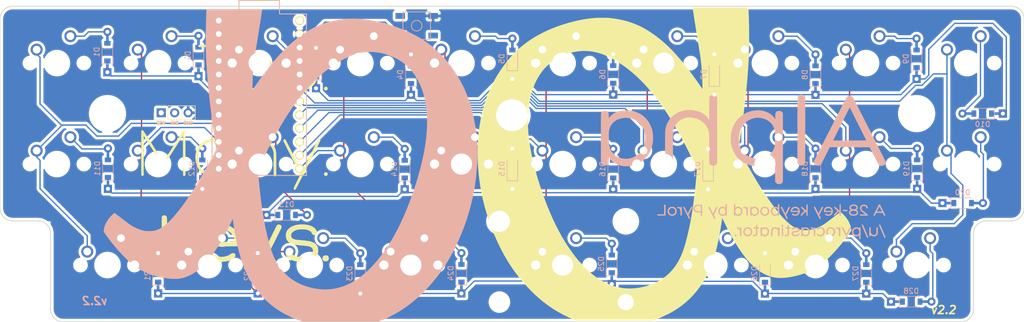
<source format=kicad_pcb>
(kicad_pcb (version 20171130) (host pcbnew "(5.1.10)-1")
  (layers (0 F.Cu signal) (31 B.Cu signal) (34 B.Paste user hide) (35 F.Paste user hide) (36 B.SilkS user hide) (37 F.SilkS user hide) (38 B.Mask user hide) (39 F.Mask user hide) (44 Edge.Cuts user hide))
  (net 0 "")
  (net 1 /row0)
  (net 2 "Net-(D1-Pad2)")
  (net 3 "Net-(D2-Pad2)")
  (net 4 "Net-(D3-Pad2)")
  (net 5 "Net-(D4-Pad2)")
  (net 6 "Net-(D5-Pad2)")
  (net 7 "Net-(D6-Pad2)")
  (net 8 "Net-(D7-Pad2)")
  (net 9 "Net-(D8-Pad2)")
  (net 10 "Net-(D9-Pad2)")
  (net 11 "Net-(D10-Pad2)")
  (net 12 /row1)
  (net 13 "Net-(D11-Pad2)")
  (net 14 "Net-(D12-Pad2)")
  (net 15 "Net-(D13-Pad2)")
  (net 16 "Net-(D14-Pad2)")
  (net 17 "Net-(D15-Pad2)")
  (net 18 "Net-(D16-Pad2)")
  (net 19 "Net-(D17-Pad2)")
  (net 20 "Net-(D18-Pad2)")
  (net 21 "Net-(D19-Pad2)")
  (net 22 "Net-(D20-Pad2)")
  (net 23 /row2)
  (net 24 "Net-(D21-Pad2)")
  (net 25 "Net-(D22-Pad2)")
  (net 26 "Net-(D23-Pad2)")
  (net 27 "Net-(D24-Pad2)")
  (net 28 "Net-(D25-Pad2)")
  (net 29 "Net-(D26-Pad2)")
  (net 30 "Net-(D27-Pad2)")
  (net 31 "Net-(D28-Pad2)")
  (net 32 /col0)
  (net 33 /col1)
  (net 34 /col2)
  (net 35 /col3)
  (net 36 /col4)
  (net 37 /col5)
  (net 38 /col6)
  (net 39 /col8)
  (net 40 /col9)
  (net 41 GND)
  (net 42 VCC)
  (net 43 /col7)
  (net 44 RGB)
  (net 45 RST)
  (net 46 /col_tmo)
  (net 47 "Net-(U1-Pad1)")
  (net 48 "Net-(U1-Pad2)")
  (net 49 "Net-(U1-Pad6)")
  (net 50 "Net-(U1-Pad24)")
  (module MX_Alps_Hybrid:MXOnly-2U-ReversedStabilizers-NoLED (layer F.Cu) (at 171.45 147.6375)
    (fp_text reference K25)
    (fp_text value KEYSW)
    (pad 2 thru_hole circle (at 2.54 -5.08) (size 2.25 2.25) (drill 1.47) (layers *.Cu B.Mask) (net 28 "Net-(D25-Pad2)"))
    (pad "" np_thru_hole circle (at 0 0) (size 3.9878 3.9878) (drill 3.9878) (layers *.Cu *.Mask))
    (pad 1 thru_hole circle (at -3.81 -2.54) (size 2.25 2.25) (drill 1.47) (layers *.Cu B.Mask) (net 37 /col5))
    (pad "" np_thru_hole circle (at -5.08 0 48.0996) (size 1.75 1.75) (drill 1.75) (layers *.Cu *.Mask))
    (pad "" np_thru_hole circle (at 5.08 0 48.0996) (size 1.75 1.75) (drill 1.75) (layers *.Cu *.Mask))
    (pad "" np_thru_hole circle (at -11.90625 6.985) (size 3.048 3.048) (drill 3.048) (layers *.Cu *.Mask))
    (pad "" np_thru_hole circle (at 11.90625 6.985) (size 3.048 3.048) (drill 3.048) (layers *.Cu *.Mask))
    (pad "" np_thru_hole circle (at -11.90625 -8.255) (size 3.9878 3.9878) (drill 3.9878) (layers *.Cu *.Mask))
    (pad "" np_thru_hole circle (at 11.90625 -8.255) (size 3.9878 3.9878) (drill 3.9878) (layers *.Cu *.Mask))
  )
  (module MX_Alps_Hybrid:MXOnly-1U-NoLED (layer F.Cu) (at 114.3 109.5375)
    (fp_text reference K3)
    (fp_text value KEYSW)
    (pad 2 thru_hole circle (at 2.54 -5.08) (size 2.25 2.25) (drill 1.47) (layers *.Cu B.Mask) (net 4 "Net-(D3-Pad2)"))
    (pad "" np_thru_hole circle (at 0 0) (size 3.9878 3.9878) (drill 3.9878) (layers *.Cu *.Mask))
    (pad 1 thru_hole circle (at -3.81 -2.54) (size 2.25 2.25) (drill 1.47) (layers *.Cu B.Mask) (net 34 /col2))
    (pad "" np_thru_hole circle (at -5.08 0 48.0996) (size 1.75 1.75) (drill 1.75) (layers *.Cu *.Mask))
    (pad "" np_thru_hole circle (at 5.08 0 48.0996) (size 1.75 1.75) (drill 1.75) (layers *.Cu *.Mask))
  )
  (module combodiode:ComboDiode (layer F.Cu) (at 103.584375 129.470944 90)
    (fp_text reference D12 (at 0 -2 90) (layer B.SilkS) (effects (justify mirror)))
    (fp_text value D)
    (pad 1 connect rect (at -2.54 0 90) (size 1.524 0.5) (layers B.Cu) (net 12 /row1))
    (pad 2 connect rect (at 2.54 0 90) (size 1.524 0.5) (layers B.Cu) (net 14 "Net-(D12-Pad2)"))
    (pad 2 thru_hole circle (at 3.81 0 90) (size 1.524 1.524) (drill 0.762) (layers *.Cu *.Mask) (net 14 "Net-(D12-Pad2)"))
    (pad 1 thru_hole rect (at -3.81 0 90) (size 1.524 1.524) (drill 0.762) (layers *.Cu *.Mask) (net 12 /row1))
    (pad 2 smd rect (at 1.65 0 90) (size 0.9 1.2) (layers B.Cu B.Paste B.Mask) (net 14 "Net-(D12-Pad2)"))
    (pad 1 smd rect (at -1.65 0 90) (size 0.9 1.2) (layers B.Cu B.Paste B.Mask) (net 12 /row1))
  )
  (module MX_Alps_Hybrid:MXOnly-1U-NoLED (layer F.Cu) (at 219.075 147.6375)
    (fp_text reference K27)
    (fp_text value KEYSW)
    (pad 2 thru_hole circle (at 2.54 -5.08) (size 2.25 2.25) (drill 1.47) (layers *.Cu B.Mask) (net 30 "Net-(D27-Pad2)"))
    (pad "" np_thru_hole circle (at 0 0) (size 3.9878 3.9878) (drill 3.9878) (layers *.Cu *.Mask))
    (pad 1 thru_hole circle (at -3.81 -2.54) (size 2.25 2.25) (drill 1.47) (layers *.Cu B.Mask) (net 39 /col8))
    (pad "" np_thru_hole circle (at -5.08 0 48.0996) (size 1.75 1.75) (drill 1.75) (layers *.Cu *.Mask))
    (pad "" np_thru_hole circle (at 5.08 0 48.0996) (size 1.75 1.75) (drill 1.75) (layers *.Cu *.Mask))
  )
  (module MX_Alps_Hybrid:MXOnly-1U-NoLED (layer F.Cu) (at 142.875 147.6375)
    (fp_text reference K24)
    (fp_text value KEYSW)
    (pad 2 thru_hole circle (at 2.54 -5.08) (size 2.25 2.25) (drill 1.47) (layers *.Cu B.Mask) (net 27 "Net-(D24-Pad2)"))
    (pad "" np_thru_hole circle (at 0 0) (size 3.9878 3.9878) (drill 3.9878) (layers *.Cu *.Mask))
    (pad 1 thru_hole circle (at -3.81 -2.54) (size 2.25 2.25) (drill 1.47) (layers *.Cu B.Mask) (net 35 /col3))
    (pad "" np_thru_hole circle (at -5.08 0 48.0996) (size 1.75 1.75) (drill 1.75) (layers *.Cu *.Mask))
    (pad "" np_thru_hole circle (at 5.08 0 48.0996) (size 1.75 1.75) (drill 1.75) (layers *.Cu *.Mask))
  )
  (module MX_Alps_Hybrid:MXOnly-1U-NoLED (layer F.Cu) (at 104.775 147.6375)
    (fp_text reference K22)
    (fp_text value KEYSW)
    (pad 2 thru_hole circle (at 2.54 -5.08) (size 2.25 2.25) (drill 1.47) (layers *.Cu B.Mask) (net 25 "Net-(D22-Pad2)"))
    (pad "" np_thru_hole circle (at 0 0) (size 3.9878 3.9878) (drill 3.9878) (layers *.Cu *.Mask))
    (pad 1 thru_hole circle (at -3.81 -2.54) (size 2.25 2.25) (drill 1.47) (layers *.Cu B.Mask) (net 33 /col1))
    (pad "" np_thru_hole circle (at -5.08 0 48.0996) (size 1.75 1.75) (drill 1.75) (layers *.Cu *.Mask))
    (pad "" np_thru_hole circle (at 5.08 0 48.0996) (size 1.75 1.75) (drill 1.75) (layers *.Cu *.Mask))
  )
  (module MX_Alps_Hybrid:MXOnly-1U-NoLED (layer F.Cu) (at 238.125 147.6375)
    (fp_text reference K28)
    (fp_text value KEYSW)
    (pad 2 thru_hole circle (at 2.54 -5.08) (size 2.25 2.25) (drill 1.47) (layers *.Cu B.Mask) (net 31 "Net-(D28-Pad2)"))
    (pad "" np_thru_hole circle (at 0 0) (size 3.9878 3.9878) (drill 3.9878) (layers *.Cu *.Mask))
    (pad 1 thru_hole circle (at -3.81 -2.54) (size 2.25 2.25) (drill 1.47) (layers *.Cu B.Mask) (net 40 /col9))
    (pad "" np_thru_hole circle (at -5.08 0 48.0996) (size 1.75 1.75) (drill 1.75) (layers *.Cu *.Mask))
    (pad "" np_thru_hole circle (at 5.08 0 48.0996) (size 1.75 1.75) (drill 1.75) (layers *.Cu *.Mask))
  )
  (module MX_Alps_Hybrid:MXOnly-1U-NoLED (layer F.Cu) (at 200.025 147.6375)
    (fp_text reference K26)
    (fp_text value KEYSW)
    (pad 2 thru_hole circle (at 2.54 -5.08) (size 2.25 2.25) (drill 1.47) (layers *.Cu B.Mask) (net 29 "Net-(D26-Pad2)"))
    (pad "" np_thru_hole circle (at 0 0) (size 3.9878 3.9878) (drill 3.9878) (layers *.Cu *.Mask))
    (pad 1 thru_hole circle (at -3.81 -2.54) (size 2.25 2.25) (drill 1.47) (layers *.Cu B.Mask) (net 43 /col7))
    (pad "" np_thru_hole circle (at -5.08 0 48.0996) (size 1.75 1.75) (drill 1.75) (layers *.Cu *.Mask))
    (pad "" np_thru_hole circle (at 5.08 0 48.0996) (size 1.75 1.75) (drill 1.75) (layers *.Cu *.Mask))
  )
  (module MX_Alps_Hybrid:MXOnly-1U-NoLED (layer F.Cu) (at 123.825 147.6375)
    (fp_text reference K23)
    (fp_text value KEYSW)
    (pad 2 thru_hole circle (at 2.54 -5.08) (size 2.25 2.25) (drill 1.47) (layers *.Cu B.Mask) (net 26 "Net-(D23-Pad2)"))
    (pad "" np_thru_hole circle (at 0 0) (size 3.9878 3.9878) (drill 3.9878) (layers *.Cu *.Mask))
    (pad 1 thru_hole circle (at -3.81 -2.54) (size 2.25 2.25) (drill 1.47) (layers *.Cu B.Mask) (net 34 /col2))
    (pad "" np_thru_hole circle (at -5.08 0 48.0996) (size 1.75 1.75) (drill 1.75) (layers *.Cu *.Mask))
    (pad "" np_thru_hole circle (at 5.08 0 48.0996) (size 1.75 1.75) (drill 1.75) (layers *.Cu *.Mask))
  )
  (module MX_Alps_Hybrid:MXOnly-1U-NoLED (layer F.Cu) (at 85.725 147.6375)
    (fp_text reference K21)
    (fp_text value KEYSW)
    (pad 2 thru_hole circle (at 2.54 -5.08) (size 2.25 2.25) (drill 1.47) (layers *.Cu B.Mask) (net 24 "Net-(D21-Pad2)"))
    (pad "" np_thru_hole circle (at 0 0) (size 3.9878 3.9878) (drill 3.9878) (layers *.Cu *.Mask))
    (pad 1 thru_hole circle (at -3.81 -2.54) (size 2.25 2.25) (drill 1.47) (layers *.Cu B.Mask) (net 32 /col0))
    (pad "" np_thru_hole circle (at -5.08 0 48.0996) (size 1.75 1.75) (drill 1.75) (layers *.Cu *.Mask))
    (pad "" np_thru_hole circle (at 5.08 0 48.0996) (size 1.75 1.75) (drill 1.75) (layers *.Cu *.Mask))
  )
  (module MX_Alps_Hybrid:MXOnly-1U-NoLED (layer F.Cu) (at 247.65 128.5875)
    (fp_text reference K20)
    (fp_text value KEYSW)
    (pad 2 thru_hole circle (at 2.54 -5.08) (size 2.25 2.25) (drill 1.47) (layers *.Cu B.Mask) (net 22 "Net-(D20-Pad2)"))
    (pad "" np_thru_hole circle (at 0 0) (size 3.9878 3.9878) (drill 3.9878) (layers *.Cu *.Mask))
    (pad 1 thru_hole circle (at -3.81 -2.54) (size 2.25 2.25) (drill 1.47) (layers *.Cu B.Mask) (net 40 /col9))
    (pad "" np_thru_hole circle (at -5.08 0 48.0996) (size 1.75 1.75) (drill 1.75) (layers *.Cu *.Mask))
    (pad "" np_thru_hole circle (at 5.08 0 48.0996) (size 1.75 1.75) (drill 1.75) (layers *.Cu *.Mask))
  )
  (module MX_Alps_Hybrid:MXOnly-1U-NoLED (layer F.Cu) (at 228.6 128.5875)
    (fp_text reference K19)
    (fp_text value KEYSW)
    (pad 2 thru_hole circle (at 2.54 -5.08) (size 2.25 2.25) (drill 1.47) (layers *.Cu B.Mask) (net 21 "Net-(D19-Pad2)"))
    (pad "" np_thru_hole circle (at 0 0) (size 3.9878 3.9878) (drill 3.9878) (layers *.Cu *.Mask))
    (pad 1 thru_hole circle (at -3.81 -2.54) (size 2.25 2.25) (drill 1.47) (layers *.Cu B.Mask) (net 39 /col8))
    (pad "" np_thru_hole circle (at -5.08 0 48.0996) (size 1.75 1.75) (drill 1.75) (layers *.Cu *.Mask))
    (pad "" np_thru_hole circle (at 5.08 0 48.0996) (size 1.75 1.75) (drill 1.75) (layers *.Cu *.Mask))
  )
  (module MX_Alps_Hybrid:MXOnly-1U-NoLED (layer F.Cu) (at 209.55 128.5875)
    (fp_text reference K18)
    (fp_text value KEYSW)
    (pad 2 thru_hole circle (at 2.54 -5.08) (size 2.25 2.25) (drill 1.47) (layers *.Cu B.Mask) (net 20 "Net-(D18-Pad2)"))
    (pad "" np_thru_hole circle (at 0 0) (size 3.9878 3.9878) (drill 3.9878) (layers *.Cu *.Mask))
    (pad 1 thru_hole circle (at -3.81 -2.54) (size 2.25 2.25) (drill 1.47) (layers *.Cu B.Mask) (net 43 /col7))
    (pad "" np_thru_hole circle (at -5.08 0 48.0996) (size 1.75 1.75) (drill 1.75) (layers *.Cu *.Mask))
    (pad "" np_thru_hole circle (at 5.08 0 48.0996) (size 1.75 1.75) (drill 1.75) (layers *.Cu *.Mask))
  )
  (module MX_Alps_Hybrid:MXOnly-1U-NoLED (layer F.Cu) (at 190.5 128.5875)
    (fp_text reference K17)
    (fp_text value KEYSW)
    (pad 2 thru_hole circle (at 2.54 -5.08) (size 2.25 2.25) (drill 1.47) (layers *.Cu B.Mask) (net 19 "Net-(D17-Pad2)"))
    (pad "" np_thru_hole circle (at 0 0) (size 3.9878 3.9878) (drill 3.9878) (layers *.Cu *.Mask))
    (pad 1 thru_hole circle (at -3.81 -2.54) (size 2.25 2.25) (drill 1.47) (layers *.Cu B.Mask) (net 38 /col6))
    (pad "" np_thru_hole circle (at -5.08 0 48.0996) (size 1.75 1.75) (drill 1.75) (layers *.Cu *.Mask))
    (pad "" np_thru_hole circle (at 5.08 0 48.0996) (size 1.75 1.75) (drill 1.75) (layers *.Cu *.Mask))
  )
  (module MX_Alps_Hybrid:MXOnly-1U-NoLED (layer F.Cu) (at 171.45 128.5875)
    (fp_text reference K16)
    (fp_text value KEYSW)
    (pad 2 thru_hole circle (at 2.54 -5.08) (size 2.25 2.25) (drill 1.47) (layers *.Cu B.Mask) (net 18 "Net-(D16-Pad2)"))
    (pad "" np_thru_hole circle (at 0 0) (size 3.9878 3.9878) (drill 3.9878) (layers *.Cu *.Mask))
    (pad 1 thru_hole circle (at -3.81 -2.54) (size 2.25 2.25) (drill 1.47) (layers *.Cu B.Mask) (net 37 /col5))
    (pad "" np_thru_hole circle (at -5.08 0 48.0996) (size 1.75 1.75) (drill 1.75) (layers *.Cu *.Mask))
    (pad "" np_thru_hole circle (at 5.08 0 48.0996) (size 1.75 1.75) (drill 1.75) (layers *.Cu *.Mask))
  )
  (module MX_Alps_Hybrid:MXOnly-1U-NoLED (layer F.Cu) (at 152.4 128.5875)
    (fp_text reference K15)
    (fp_text value KEYSW)
    (pad 2 thru_hole circle (at 2.54 -5.08) (size 2.25 2.25) (drill 1.47) (layers *.Cu B.Mask) (net 17 "Net-(D15-Pad2)"))
    (pad "" np_thru_hole circle (at 0 0) (size 3.9878 3.9878) (drill 3.9878) (layers *.Cu *.Mask))
    (pad 1 thru_hole circle (at -3.81 -2.54) (size 2.25 2.25) (drill 1.47) (layers *.Cu B.Mask) (net 36 /col4))
    (pad "" np_thru_hole circle (at -5.08 0 48.0996) (size 1.75 1.75) (drill 1.75) (layers *.Cu *.Mask))
    (pad "" np_thru_hole circle (at 5.08 0 48.0996) (size 1.75 1.75) (drill 1.75) (layers *.Cu *.Mask))
  )
  (module MX_Alps_Hybrid:MXOnly-1U-NoLED (layer F.Cu) (at 133.35 128.5875)
    (fp_text reference K14)
    (fp_text value KEYSW)
    (pad 2 thru_hole circle (at 2.54 -5.08) (size 2.25 2.25) (drill 1.47) (layers *.Cu B.Mask) (net 16 "Net-(D14-Pad2)"))
    (pad "" np_thru_hole circle (at 0 0) (size 3.9878 3.9878) (drill 3.9878) (layers *.Cu *.Mask))
    (pad 1 thru_hole circle (at -3.81 -2.54) (size 2.25 2.25) (drill 1.47) (layers *.Cu B.Mask) (net 35 /col3))
    (pad "" np_thru_hole circle (at -5.08 0 48.0996) (size 1.75 1.75) (drill 1.75) (layers *.Cu *.Mask))
    (pad "" np_thru_hole circle (at 5.08 0 48.0996) (size 1.75 1.75) (drill 1.75) (layers *.Cu *.Mask))
  )
  (module MX_Alps_Hybrid:MXOnly-1U-NoLED (layer F.Cu) (at 114.3 128.5875)
    (fp_text reference K13)
    (fp_text value KEYSW)
    (pad 2 thru_hole circle (at 2.54 -5.08) (size 2.25 2.25) (drill 1.47) (layers *.Cu B.Mask) (net 15 "Net-(D13-Pad2)"))
    (pad "" np_thru_hole circle (at 0 0) (size 3.9878 3.9878) (drill 3.9878) (layers *.Cu *.Mask))
    (pad 1 thru_hole circle (at -3.81 -2.54) (size 2.25 2.25) (drill 1.47) (layers *.Cu B.Mask) (net 34 /col2))
    (pad "" np_thru_hole circle (at -5.08 0 48.0996) (size 1.75 1.75) (drill 1.75) (layers *.Cu *.Mask))
    (pad "" np_thru_hole circle (at 5.08 0 48.0996) (size 1.75 1.75) (drill 1.75) (layers *.Cu *.Mask))
  )
  (module MX_Alps_Hybrid:MXOnly-1U-NoLED (layer F.Cu) (at 95.25 128.5875)
    (fp_text reference K12)
    (fp_text value KEYSW)
    (pad 2 thru_hole circle (at 2.54 -5.08) (size 2.25 2.25) (drill 1.47) (layers *.Cu B.Mask) (net 14 "Net-(D12-Pad2)"))
    (pad "" np_thru_hole circle (at 0 0) (size 3.9878 3.9878) (drill 3.9878) (layers *.Cu *.Mask))
    (pad 1 thru_hole circle (at -3.81 -2.54) (size 2.25 2.25) (drill 1.47) (layers *.Cu B.Mask) (net 33 /col1))
    (pad "" np_thru_hole circle (at -5.08 0 48.0996) (size 1.75 1.75) (drill 1.75) (layers *.Cu *.Mask))
    (pad "" np_thru_hole circle (at 5.08 0 48.0996) (size 1.75 1.75) (drill 1.75) (layers *.Cu *.Mask))
  )
  (module MX_Alps_Hybrid:MXOnly-1U-NoLED (layer F.Cu) (at 76.2 128.5875)
    (fp_text reference K11)
    (fp_text value KEYSW)
    (pad 2 thru_hole circle (at 2.54 -5.08) (size 2.25 2.25) (drill 1.47) (layers *.Cu B.Mask) (net 13 "Net-(D11-Pad2)"))
    (pad "" np_thru_hole circle (at 0 0) (size 3.9878 3.9878) (drill 3.9878) (layers *.Cu *.Mask))
    (pad 1 thru_hole circle (at -3.81 -2.54) (size 2.25 2.25) (drill 1.47) (layers *.Cu B.Mask) (net 32 /col0))
    (pad "" np_thru_hole circle (at -5.08 0 48.0996) (size 1.75 1.75) (drill 1.75) (layers *.Cu *.Mask))
    (pad "" np_thru_hole circle (at 5.08 0 48.0996) (size 1.75 1.75) (drill 1.75) (layers *.Cu *.Mask))
  )
  (module MX_Alps_Hybrid:MXOnly-1U-NoLED (layer F.Cu) (at 247.65 109.5375)
    (fp_text reference K10)
    (fp_text value KEYSW)
    (pad 2 thru_hole circle (at 2.54 -5.08) (size 2.25 2.25) (drill 1.47) (layers *.Cu B.Mask) (net 11 "Net-(D10-Pad2)"))
    (pad "" np_thru_hole circle (at 0 0) (size 3.9878 3.9878) (drill 3.9878) (layers *.Cu *.Mask))
    (pad 1 thru_hole circle (at -3.81 -2.54) (size 2.25 2.25) (drill 1.47) (layers *.Cu B.Mask) (net 40 /col9))
    (pad "" np_thru_hole circle (at -5.08 0 48.0996) (size 1.75 1.75) (drill 1.75) (layers *.Cu *.Mask))
    (pad "" np_thru_hole circle (at 5.08 0 48.0996) (size 1.75 1.75) (drill 1.75) (layers *.Cu *.Mask))
  )
  (module MX_Alps_Hybrid:MXOnly-1U-NoLED (layer F.Cu) (at 228.6 109.5375)
    (fp_text reference K9)
    (fp_text value KEYSW)
    (pad 2 thru_hole circle (at 2.54 -5.08) (size 2.25 2.25) (drill 1.47) (layers *.Cu B.Mask) (net 10 "Net-(D9-Pad2)"))
    (pad "" np_thru_hole circle (at 0 0) (size 3.9878 3.9878) (drill 3.9878) (layers *.Cu *.Mask))
    (pad 1 thru_hole circle (at -3.81 -2.54) (size 2.25 2.25) (drill 1.47) (layers *.Cu B.Mask) (net 39 /col8))
    (pad "" np_thru_hole circle (at -5.08 0 48.0996) (size 1.75 1.75) (drill 1.75) (layers *.Cu *.Mask))
    (pad "" np_thru_hole circle (at 5.08 0 48.0996) (size 1.75 1.75) (drill 1.75) (layers *.Cu *.Mask))
  )
  (module MX_Alps_Hybrid:MXOnly-1U-NoLED (layer F.Cu) (at 209.55 109.5375)
    (fp_text reference K8)
    (fp_text value KEYSW)
    (pad 2 thru_hole circle (at 2.54 -5.08) (size 2.25 2.25) (drill 1.47) (layers *.Cu B.Mask) (net 9 "Net-(D8-Pad2)"))
    (pad "" np_thru_hole circle (at 0 0) (size 3.9878 3.9878) (drill 3.9878) (layers *.Cu *.Mask))
    (pad 1 thru_hole circle (at -3.81 -2.54) (size 2.25 2.25) (drill 1.47) (layers *.Cu B.Mask) (net 43 /col7))
    (pad "" np_thru_hole circle (at -5.08 0 48.0996) (size 1.75 1.75) (drill 1.75) (layers *.Cu *.Mask))
    (pad "" np_thru_hole circle (at 5.08 0 48.0996) (size 1.75 1.75) (drill 1.75) (layers *.Cu *.Mask))
  )
  (module MX_Alps_Hybrid:MXOnly-1U-NoLED (layer F.Cu) (at 190.5 109.5375)
    (fp_text reference K7)
    (fp_text value KEYSW)
    (pad 2 thru_hole circle (at 2.54 -5.08) (size 2.25 2.25) (drill 1.47) (layers *.Cu B.Mask) (net 8 "Net-(D7-Pad2)"))
    (pad "" np_thru_hole circle (at 0 0) (size 3.9878 3.9878) (drill 3.9878) (layers *.Cu *.Mask))
    (pad 1 thru_hole circle (at -3.81 -2.54) (size 2.25 2.25) (drill 1.47) (layers *.Cu B.Mask) (net 38 /col6))
    (pad "" np_thru_hole circle (at -5.08 0 48.0996) (size 1.75 1.75) (drill 1.75) (layers *.Cu *.Mask))
    (pad "" np_thru_hole circle (at 5.08 0 48.0996) (size 1.75 1.75) (drill 1.75) (layers *.Cu *.Mask))
  )
  (module MX_Alps_Hybrid:MXOnly-1U-NoLED (layer F.Cu) (at 171.45 109.5375)
    (fp_text reference K6)
    (fp_text value KEYSW)
    (pad 2 thru_hole circle (at 2.54 -5.08) (size 2.25 2.25) (drill 1.47) (layers *.Cu B.Mask) (net 7 "Net-(D6-Pad2)"))
    (pad "" np_thru_hole circle (at 0 0) (size 3.9878 3.9878) (drill 3.9878) (layers *.Cu *.Mask))
    (pad 1 thru_hole circle (at -3.81 -2.54) (size 2.25 2.25) (drill 1.47) (layers *.Cu B.Mask) (net 37 /col5))
    (pad "" np_thru_hole circle (at -5.08 0 48.0996) (size 1.75 1.75) (drill 1.75) (layers *.Cu *.Mask))
    (pad "" np_thru_hole circle (at 5.08 0 48.0996) (size 1.75 1.75) (drill 1.75) (layers *.Cu *.Mask))
  )
  (module MX_Alps_Hybrid:MXOnly-1U-NoLED (layer F.Cu) (at 152.4 109.5375)
    (fp_text reference K5)
    (fp_text value KEYSW)
    (pad 2 thru_hole circle (at 2.54 -5.08) (size 2.25 2.25) (drill 1.47) (layers *.Cu B.Mask) (net 6 "Net-(D5-Pad2)"))
    (pad "" np_thru_hole circle (at 0 0) (size 3.9878 3.9878) (drill 3.9878) (layers *.Cu *.Mask))
    (pad 1 thru_hole circle (at -3.81 -2.54) (size 2.25 2.25) (drill 1.47) (layers *.Cu B.Mask) (net 36 /col4))
    (pad "" np_thru_hole circle (at -5.08 0 48.0996) (size 1.75 1.75) (drill 1.75) (layers *.Cu *.Mask))
    (pad "" np_thru_hole circle (at 5.08 0 48.0996) (size 1.75 1.75) (drill 1.75) (layers *.Cu *.Mask))
  )
  (module MX_Alps_Hybrid:MXOnly-1U-NoLED (layer F.Cu) (at 133.35 109.5375)
    (fp_text reference K4)
    (fp_text value KEYSW)
    (pad 2 thru_hole circle (at 2.54 -5.08) (size 2.25 2.25) (drill 1.47) (layers *.Cu B.Mask) (net 5 "Net-(D4-Pad2)"))
    (pad "" np_thru_hole circle (at 0 0) (size 3.9878 3.9878) (drill 3.9878) (layers *.Cu *.Mask))
    (pad 1 thru_hole circle (at -3.81 -2.54) (size 2.25 2.25) (drill 1.47) (layers *.Cu B.Mask) (net 35 /col3))
    (pad "" np_thru_hole circle (at -5.08 0 48.0996) (size 1.75 1.75) (drill 1.75) (layers *.Cu *.Mask))
    (pad "" np_thru_hole circle (at 5.08 0 48.0996) (size 1.75 1.75) (drill 1.75) (layers *.Cu *.Mask))
  )
  (module MX_Alps_Hybrid:MXOnly-1U-NoLED (layer F.Cu) (at 95.25 109.5375)
    (fp_text reference K2)
    (fp_text value KEYSW)
    (pad 2 thru_hole circle (at 2.54 -5.08) (size 2.25 2.25) (drill 1.47) (layers *.Cu B.Mask) (net 3 "Net-(D2-Pad2)"))
    (pad "" np_thru_hole circle (at 0 0) (size 3.9878 3.9878) (drill 3.9878) (layers *.Cu *.Mask))
    (pad 1 thru_hole circle (at -3.81 -2.54) (size 2.25 2.25) (drill 1.47) (layers *.Cu B.Mask) (net 33 /col1))
    (pad "" np_thru_hole circle (at -5.08 0 48.0996) (size 1.75 1.75) (drill 1.75) (layers *.Cu *.Mask))
    (pad "" np_thru_hole circle (at 5.08 0 48.0996) (size 1.75 1.75) (drill 1.75) (layers *.Cu *.Mask))
  )
  (module MX_Alps_Hybrid:MXOnly-1U-NoLED (layer F.Cu) (at 76.2 109.5375)
    (fp_text reference K1)
    (fp_text value KEYSW)
    (pad 2 thru_hole circle (at 2.54 -5.08) (size 2.25 2.25) (drill 1.47) (layers *.Cu B.Mask) (net 2 "Net-(D1-Pad2)"))
    (pad "" np_thru_hole circle (at 0 0) (size 3.9878 3.9878) (drill 3.9878) (layers *.Cu *.Mask))
    (pad 1 thru_hole circle (at -3.81 -2.54) (size 2.25 2.25) (drill 1.47) (layers *.Cu B.Mask) (net 32 /col0))
    (pad "" np_thru_hole circle (at -5.08 0 48.0996) (size 1.75 1.75) (drill 1.75) (layers *.Cu *.Mask))
    (pad "" np_thru_hole circle (at 5.08 0 48.0996) (size 1.75 1.75) (drill 1.75) (layers *.Cu *.Mask))
  )
  (module promicro:ProMicro (layer F.Cu) (at 114.3 115.490625 270)
    (fp_text reference U1 hide)
    (fp_text value ProMicro)
    (pad 1 thru_hole rect (at -13.97 7.62 270) (size 1.6 1.6) (drill 1.1) (layers *.Cu *.Mask F.SilkS) (net 47 "Net-(U1-Pad1)"))
    (pad 2 thru_hole circle (at -11.43 7.62 270) (size 1.6 1.6) (drill 1.1) (layers *.Cu *.Mask F.SilkS) (net 48 "Net-(U1-Pad2)"))
    (pad 3 thru_hole circle (at -8.89 7.62 270) (size 1.6 1.6) (drill 1.1) (layers *.Cu *.Mask F.SilkS) (net 41 GND))
    (pad 4 thru_hole circle (at -6.35 7.62 270) (size 1.6 1.6) (drill 1.1) (layers *.Cu *.Mask F.SilkS) (net 41 GND))
    (pad 5 thru_hole circle (at -3.81 7.62 270) (size 1.6 1.6) (drill 1.1) (layers *.Cu *.Mask F.SilkS) (net 46 /col_tmo))
    (pad 6 thru_hole circle (at -1.27 7.62 270) (size 1.6 1.6) (drill 1.1) (layers *.Cu *.Mask F.SilkS) (net 49 "Net-(U1-Pad6)"))
    (pad 7 thru_hole circle (at 1.27 7.62 270) (size 1.6 1.6) (drill 1.1) (layers *.Cu *.Mask F.SilkS) (net 1 /row0))
    (pad 8 thru_hole circle (at 3.81 7.62 270) (size 1.6 1.6) (drill 1.1) (layers *.Cu *.Mask F.SilkS) (net 34 /col2))
    (pad 9 thru_hole circle (at 6.35 7.62 270) (size 1.6 1.6) (drill 1.1) (layers *.Cu *.Mask F.SilkS) (net 32 /col0))
    (pad 10 thru_hole circle (at 8.89 7.62 270) (size 1.6 1.6) (drill 1.1) (layers *.Cu *.Mask F.SilkS) (net 33 /col1))
    (pad 11 thru_hole circle (at 11.43 7.62 270) (size 1.6 1.6) (drill 1.1) (layers *.Cu *.Mask F.SilkS) (net 12 /row1))
    (pad 12 thru_hole circle (at 13.97 7.62 270) (size 1.6 1.6) (drill 1.1) (layers *.Cu *.Mask F.SilkS) (net 23 /row2))
    (pad 13 thru_hole circle (at 13.97 -7.62 270) (size 1.6 1.6) (drill 1.1) (layers *.Cu *.Mask F.SilkS) (net 35 /col3))
    (pad 14 thru_hole circle (at 11.43 -7.62 270) (size 1.6 1.6) (drill 1.1) (layers *.Cu *.Mask F.SilkS) (net 36 /col4))
    (pad 15 thru_hole circle (at 8.89 -7.62 270) (size 1.6 1.6) (drill 1.1) (layers *.Cu *.Mask F.SilkS) (net 37 /col5))
    (pad 16 thru_hole circle (at 6.35 -7.62 270) (size 1.6 1.6) (drill 1.1) (layers *.Cu *.Mask F.SilkS) (net 38 /col6))
    (pad 17 thru_hole circle (at 3.81 -7.62 270) (size 1.6 1.6) (drill 1.1) (layers *.Cu *.Mask F.SilkS) (net 43 /col7))
    (pad 18 thru_hole circle (at 1.27 -7.62 270) (size 1.6 1.6) (drill 1.1) (layers *.Cu *.Mask F.SilkS) (net 39 /col8))
    (pad 19 thru_hole circle (at -1.27 -7.62 270) (size 1.6 1.6) (drill 1.1) (layers *.Cu *.Mask F.SilkS) (net 40 /col9))
    (pad 20 thru_hole circle (at -3.81 -7.62 270) (size 1.6 1.6) (drill 1.1) (layers *.Cu *.Mask F.SilkS) (net 44 RGB))
    (pad 21 thru_hole circle (at -6.35 -7.62 270) (size 1.6 1.6) (drill 1.1) (layers *.Cu *.Mask F.SilkS) (net 42 VCC))
    (pad 22 thru_hole circle (at -8.89 -7.62 270) (size 1.6 1.6) (drill 1.1) (layers *.Cu *.Mask F.SilkS) (net 45 RST))
    (pad 23 thru_hole circle (at -11.43 -7.62 270) (size 1.6 1.6) (drill 1.1) (layers *.Cu *.Mask F.SilkS) (net 41 GND))
    (pad 24 thru_hole circle (at -13.97 -7.62 270) (size 1.6 1.6) (drill 1.1) (layers *.Cu *.Mask F.SilkS) (net 50 "Net-(U1-Pad24)"))
  )
  (module Mounting_Holes:MountingHole_6mm (layer F.Cu) (at 161.925138 119.360258)
    (fp_text reference HC1 hide)
    (fp_text value MountingHole_6mm)
    (pad 1 np_thru_hole circle (at 0 0) (size 6 6) (drill 6) (layers *.Cu *.Mask))
  )
  (module Mounting_Holes:MountingHole_6mm (layer F.Cu) (at 238.125 119.0625)
    (fp_text reference REF** hide)
    (fp_text value MountingHole_6mm)
    (pad 1 np_thru_hole circle (at 0 0) (size 6 6) (drill 6) (layers *.Cu *.Mask))
  )
  (module Mounting_Holes:MountingHole_6mm (layer F.Cu) (at 85.725 119.0625)
    (fp_text reference REF** hide)
    (fp_text value MountingHole_6mm)
    (pad 1 np_thru_hole circle (at 0 0) (size 6 6) (drill 6) (layers *.Cu *.Mask))
  )
  (module combodiode:ComboDiode (layer F.Cu) (at 85.7123 107.4547 90)
    (fp_text reference D1 (at 0 -2 90) (layer B.SilkS) (effects (justify mirror)))
    (fp_text value D)
    (pad 1 connect rect (at -2.54 0 90) (size 1.524 0.5) (layers B.Cu) (net 1 /row0))
    (pad 2 connect rect (at 2.54 0 90) (size 1.524 0.5) (layers B.Cu) (net 2 "Net-(D1-Pad2)"))
    (pad 2 thru_hole circle (at 3.81 0 90) (size 1.524 1.524) (drill 0.762) (layers *.Cu *.Mask) (net 2 "Net-(D1-Pad2)"))
    (pad 1 thru_hole rect (at -3.81 0 90) (size 1.524 1.524) (drill 0.762) (layers *.Cu *.Mask) (net 1 /row0))
    (pad 2 smd rect (at 1.65 0 90) (size 0.9 1.2) (layers B.Cu B.Paste B.Mask) (net 2 "Net-(D1-Pad2)"))
    (pad 1 smd rect (at -1.65 0 90) (size 0.9 1.2) (layers B.Cu B.Paste B.Mask) (net 1 /row0))
  )
  (module combodiode:ComboDiode (layer F.Cu) (at 102.870397 108.198444 90)
    (fp_text reference D2 (at 0 -2 90) (layer B.SilkS) (effects (justify mirror)))
    (fp_text value D)
    (pad 1 connect rect (at -2.54 0 90) (size 1.524 0.5) (layers B.Cu) (net 1 /row0))
    (pad 2 connect rect (at 2.54 0 90) (size 1.524 0.5) (layers B.Cu) (net 3 "Net-(D2-Pad2)"))
    (pad 2 thru_hole circle (at 3.81 0 90) (size 1.524 1.524) (drill 0.762) (layers *.Cu *.Mask) (net 3 "Net-(D2-Pad2)"))
    (pad 1 thru_hole rect (at -3.81 0 90) (size 1.524 1.524) (drill 0.762) (layers *.Cu *.Mask) (net 1 /row0))
    (pad 2 smd rect (at 1.65 0 90) (size 0.9 1.2) (layers B.Cu B.Paste B.Mask) (net 3 "Net-(D2-Pad2)"))
    (pad 1 smd rect (at -1.65 0 90) (size 0.9 1.2) (layers B.Cu B.Paste B.Mask) (net 1 /row0))
  )
  (module combodiode:ComboDiode (layer F.Cu) (at 125.006497 110.484444 90)
    (fp_text reference D3 (at 0 -2 90) (layer B.SilkS) (effects (justify mirror)))
    (fp_text value D)
    (pad 1 connect rect (at -2.54 0 90) (size 1.524 0.5) (layers B.Cu) (net 1 /row0))
    (pad 2 connect rect (at 2.54 0 90) (size 1.524 0.5) (layers B.Cu) (net 4 "Net-(D3-Pad2)"))
    (pad 2 thru_hole circle (at 3.81 0 90) (size 1.524 1.524) (drill 0.762) (layers *.Cu *.Mask) (net 4 "Net-(D3-Pad2)"))
    (pad 1 thru_hole rect (at -3.81 0 90) (size 1.524 1.524) (drill 0.762) (layers *.Cu *.Mask) (net 1 /row0))
    (pad 2 smd rect (at 1.65 0 90) (size 0.9 1.2) (layers B.Cu B.Paste B.Mask) (net 4 "Net-(D3-Pad2)"))
    (pad 1 smd rect (at -1.65 0 90) (size 0.9 1.2) (layers B.Cu B.Paste B.Mask) (net 1 /row0))
  )
  (module combodiode:ComboDiode (layer F.Cu) (at 119.481997 138.183144)
    (fp_text reference D13 (at 0 -2) (layer B.SilkS) (effects (justify mirror)))
    (fp_text value D)
    (pad 1 connect rect (at -2.54 0) (size 1.524 0.5) (layers B.Cu) (net 12 /row1))
    (pad 2 connect rect (at 2.54 0) (size 1.524 0.5) (layers B.Cu) (net 15 "Net-(D13-Pad2)"))
    (pad 2 thru_hole circle (at 3.81 0) (size 1.524 1.524) (drill 0.762) (layers *.Cu *.Mask) (net 15 "Net-(D13-Pad2)"))
    (pad 1 thru_hole rect (at -3.81 0) (size 1.524 1.524) (drill 0.762) (layers *.Cu *.Mask) (net 12 /row1))
    (pad 2 smd rect (at 1.65 0) (size 0.9 1.2) (layers B.Cu B.Paste B.Mask) (net 15 "Net-(D13-Pad2)"))
    (pad 1 smd rect (at -1.65 0) (size 0.9 1.2) (layers B.Cu B.Paste B.Mask) (net 12 /row1))
  )
  (module combodiode:ComboDiode (layer F.Cu) (at 141.706997 129.534444 90)
    (fp_text reference D14 (at 0 -2 90) (layer B.SilkS) (effects (justify mirror)))
    (fp_text value D)
    (pad 1 connect rect (at -2.54 0 90) (size 1.524 0.5) (layers B.Cu) (net 12 /row1))
    (pad 2 connect rect (at 2.54 0 90) (size 1.524 0.5) (layers B.Cu) (net 16 "Net-(D14-Pad2)"))
    (pad 2 thru_hole circle (at 3.81 0 90) (size 1.524 1.524) (drill 0.762) (layers *.Cu *.Mask) (net 16 "Net-(D14-Pad2)"))
    (pad 1 thru_hole rect (at -3.81 0 90) (size 1.524 1.524) (drill 0.762) (layers *.Cu *.Mask) (net 12 /row1))
    (pad 2 smd rect (at 1.65 0 90) (size 0.9 1.2) (layers B.Cu B.Paste B.Mask) (net 16 "Net-(D14-Pad2)"))
    (pad 1 smd rect (at -1.65 0 90) (size 0.9 1.2) (layers B.Cu B.Paste B.Mask) (net 12 /row1))
  )
  (module combodiode:ComboDiode (layer F.Cu) (at 142.888097 111.716344 90)
    (fp_text reference D4 (at 0 -2 90) (layer B.SilkS) (effects (justify mirror)))
    (fp_text value D)
    (pad 1 connect rect (at -2.54 0 90) (size 1.524 0.5) (layers B.Cu) (net 1 /row0))
    (pad 2 connect rect (at 2.54 0 90) (size 1.524 0.5) (layers B.Cu) (net 5 "Net-(D4-Pad2)"))
    (pad 2 thru_hole circle (at 3.81 0 90) (size 1.524 1.524) (drill 0.762) (layers *.Cu *.Mask) (net 5 "Net-(D4-Pad2)"))
    (pad 1 thru_hole rect (at -3.81 0 90) (size 1.524 1.524) (drill 0.762) (layers *.Cu *.Mask) (net 1 /row0))
    (pad 2 smd rect (at 1.65 0 90) (size 0.9 1.2) (layers B.Cu B.Paste B.Mask) (net 5 "Net-(D4-Pad2)"))
    (pad 1 smd rect (at -1.65 0 90) (size 0.9 1.2) (layers B.Cu B.Paste B.Mask) (net 1 /row0))
  )
  (module combodiode:ComboDiode (layer F.Cu) (at 161.988897 108.719144 90)
    (fp_text reference D5 (at 0 -2 90) (layer B.SilkS) (effects (justify mirror)))
    (fp_text value D)
    (pad 1 connect rect (at -2.54 0 90) (size 1.524 0.5) (layers B.Cu) (net 1 /row0))
    (pad 2 connect rect (at 2.54 0 90) (size 1.524 0.5) (layers B.Cu) (net 6 "Net-(D5-Pad2)"))
    (pad 2 thru_hole circle (at 3.81 0 90) (size 1.524 1.524) (drill 0.762) (layers *.Cu *.Mask) (net 6 "Net-(D5-Pad2)"))
    (pad 1 thru_hole rect (at -3.81 0 90) (size 1.524 1.524) (drill 0.762) (layers *.Cu *.Mask) (net 1 /row0))
    (pad 2 smd rect (at 1.65 0 90) (size 0.9 1.2) (layers B.Cu B.Paste B.Mask) (net 6 "Net-(D5-Pad2)"))
    (pad 1 smd rect (at -1.65 0 90) (size 0.9 1.2) (layers B.Cu B.Paste B.Mask) (net 1 /row0))
  )
  (module combodiode:ComboDiode (layer F.Cu) (at 161.988897 129.470944 90)
    (fp_text reference D15 (at 0 -2 90) (layer B.SilkS) (effects (justify mirror)))
    (fp_text value D)
    (pad 1 connect rect (at -2.54 0 90) (size 1.524 0.5) (layers B.Cu) (net 12 /row1))
    (pad 2 connect rect (at 2.54 0 90) (size 1.524 0.5) (layers B.Cu) (net 17 "Net-(D15-Pad2)"))
    (pad 2 thru_hole circle (at 3.81 0 90) (size 1.524 1.524) (drill 0.762) (layers *.Cu *.Mask) (net 17 "Net-(D15-Pad2)"))
    (pad 1 thru_hole rect (at -3.81 0 90) (size 1.524 1.524) (drill 0.762) (layers *.Cu *.Mask) (net 12 /row1))
    (pad 2 smd rect (at 1.65 0 90) (size 0.9 1.2) (layers B.Cu B.Paste B.Mask) (net 17 "Net-(D15-Pad2)"))
    (pad 1 smd rect (at -1.65 0 90) (size 0.9 1.2) (layers B.Cu B.Paste B.Mask) (net 12 /row1))
  )
  (module combodiode:ComboDiode (layer F.Cu) (at 180.975397 129.534444 90)
    (fp_text reference D16 (at 0 -2 90) (layer B.SilkS) (effects (justify mirror)))
    (fp_text value D)
    (pad 1 connect rect (at -2.54 0 90) (size 1.524 0.5) (layers B.Cu) (net 12 /row1))
    (pad 2 connect rect (at 2.54 0 90) (size 1.524 0.5) (layers B.Cu) (net 18 "Net-(D16-Pad2)"))
    (pad 2 thru_hole circle (at 3.81 0 90) (size 1.524 1.524) (drill 0.762) (layers *.Cu *.Mask) (net 18 "Net-(D16-Pad2)"))
    (pad 1 thru_hole rect (at -3.81 0 90) (size 1.524 1.524) (drill 0.762) (layers *.Cu *.Mask) (net 12 /row1))
    (pad 2 smd rect (at 1.65 0 90) (size 0.9 1.2) (layers B.Cu B.Paste B.Mask) (net 18 "Net-(D16-Pad2)"))
    (pad 1 smd rect (at -1.65 0 90) (size 0.9 1.2) (layers B.Cu B.Paste B.Mask) (net 12 /row1))
  )
  (module combodiode:ComboDiode (layer F.Cu) (at 180.975397 111.665544 90)
    (fp_text reference D6 (at 0 -2 90) (layer B.SilkS) (effects (justify mirror)))
    (fp_text value D)
    (pad 1 connect rect (at -2.54 0 90) (size 1.524 0.5) (layers B.Cu) (net 1 /row0))
    (pad 2 connect rect (at 2.54 0 90) (size 1.524 0.5) (layers B.Cu) (net 7 "Net-(D6-Pad2)"))
    (pad 2 thru_hole circle (at 3.81 0 90) (size 1.524 1.524) (drill 0.762) (layers *.Cu *.Mask) (net 7 "Net-(D6-Pad2)"))
    (pad 1 thru_hole rect (at -3.81 0 90) (size 1.524 1.524) (drill 0.762) (layers *.Cu *.Mask) (net 1 /row0))
    (pad 2 smd rect (at 1.65 0 90) (size 0.9 1.2) (layers B.Cu B.Paste B.Mask) (net 7 "Net-(D6-Pad2)"))
    (pad 1 smd rect (at -1.65 0 90) (size 0.9 1.2) (layers B.Cu B.Paste B.Mask) (net 1 /row0))
  )
  (module combodiode:ComboDiode (layer F.Cu) (at 200.025397 111.665544 90)
    (fp_text reference D7 (at 0 -2 90) (layer B.SilkS) (effects (justify mirror)))
    (fp_text value D)
    (pad 1 connect rect (at -2.54 0 90) (size 1.524 0.5) (layers B.Cu) (net 1 /row0))
    (pad 2 connect rect (at 2.54 0 90) (size 1.524 0.5) (layers B.Cu) (net 8 "Net-(D7-Pad2)"))
    (pad 2 thru_hole circle (at 3.81 0 90) (size 1.524 1.524) (drill 0.762) (layers *.Cu *.Mask) (net 8 "Net-(D7-Pad2)"))
    (pad 1 thru_hole rect (at -3.81 0 90) (size 1.524 1.524) (drill 0.762) (layers *.Cu *.Mask) (net 1 /row0))
    (pad 2 smd rect (at 1.65 0 90) (size 0.9 1.2) (layers B.Cu B.Paste B.Mask) (net 8 "Net-(D7-Pad2)"))
    (pad 1 smd rect (at -1.65 0 90) (size 0.9 1.2) (layers B.Cu B.Paste B.Mask) (net 1 /row0))
  )
  (module combodiode:ComboDiode (layer F.Cu) (at 198.844297 129.534444 90)
    (fp_text reference D17 (at 0 -2 90) (layer B.SilkS) (effects (justify mirror)))
    (fp_text value D)
    (pad 1 connect rect (at -2.54 0 90) (size 1.524 0.5) (layers B.Cu) (net 12 /row1))
    (pad 2 connect rect (at 2.54 0 90) (size 1.524 0.5) (layers B.Cu) (net 19 "Net-(D17-Pad2)"))
    (pad 2 thru_hole circle (at 3.81 0 90) (size 1.524 1.524) (drill 0.762) (layers *.Cu *.Mask) (net 19 "Net-(D17-Pad2)"))
    (pad 1 thru_hole rect (at -3.81 0 90) (size 1.524 1.524) (drill 0.762) (layers *.Cu *.Mask) (net 12 /row1))
    (pad 2 smd rect (at 1.65 0 90) (size 0.9 1.2) (layers B.Cu B.Paste B.Mask) (net 19 "Net-(D17-Pad2)"))
    (pad 1 smd rect (at -1.65 0 90) (size 0.9 1.2) (layers B.Cu B.Paste B.Mask) (net 12 /row1))
  )
  (module combodiode:ComboDiode (layer F.Cu) (at 219.075397 129.470944 90)
    (fp_text reference D18 (at 0 -2 90) (layer B.SilkS) (effects (justify mirror)))
    (fp_text value D)
    (pad 1 connect rect (at -2.54 0 90) (size 1.524 0.5) (layers B.Cu) (net 12 /row1))
    (pad 2 connect rect (at 2.54 0 90) (size 1.524 0.5) (layers B.Cu) (net 20 "Net-(D18-Pad2)"))
    (pad 2 thru_hole circle (at 3.81 0 90) (size 1.524 1.524) (drill 0.762) (layers *.Cu *.Mask) (net 20 "Net-(D18-Pad2)"))
    (pad 1 thru_hole rect (at -3.81 0 90) (size 1.524 1.524) (drill 0.762) (layers *.Cu *.Mask) (net 12 /row1))
    (pad 2 smd rect (at 1.65 0 90) (size 0.9 1.2) (layers B.Cu B.Paste B.Mask) (net 20 "Net-(D18-Pad2)"))
    (pad 1 smd rect (at -1.65 0 90) (size 0.9 1.2) (layers B.Cu B.Paste B.Mask) (net 12 /row1))
  )
  (module combodiode:ComboDiode (layer F.Cu) (at 219.075397 111.716344 90)
    (fp_text reference D8 (at 0 -2 90) (layer B.SilkS) (effects (justify mirror)))
    (fp_text value D)
    (pad 1 connect rect (at -2.54 0 90) (size 1.524 0.5) (layers B.Cu) (net 1 /row0))
    (pad 2 connect rect (at 2.54 0 90) (size 1.524 0.5) (layers B.Cu) (net 9 "Net-(D8-Pad2)"))
    (pad 2 thru_hole circle (at 3.81 0 90) (size 1.524 1.524) (drill 0.762) (layers *.Cu *.Mask) (net 9 "Net-(D8-Pad2)"))
    (pad 1 thru_hole rect (at -3.81 0 90) (size 1.524 1.524) (drill 0.762) (layers *.Cu *.Mask) (net 1 /row0))
    (pad 2 smd rect (at 1.65 0 90) (size 0.9 1.2) (layers B.Cu B.Paste B.Mask) (net 9 "Net-(D8-Pad2)"))
    (pad 1 smd rect (at -1.65 0 90) (size 0.9 1.2) (layers B.Cu B.Paste B.Mask) (net 1 /row0))
  )
  (module combodiode:ComboDiode (layer F.Cu) (at 85.814297 129.445544 90)
    (fp_text reference D11 (at 0 -2 90) (layer B.SilkS) (effects (justify mirror)))
    (fp_text value D)
    (pad 1 connect rect (at -2.54 0 90) (size 1.524 0.5) (layers B.Cu) (net 12 /row1))
    (pad 2 connect rect (at 2.54 0 90) (size 1.524 0.5) (layers B.Cu) (net 13 "Net-(D11-Pad2)"))
    (pad 2 thru_hole circle (at 3.81 0 90) (size 1.524 1.524) (drill 0.762) (layers *.Cu *.Mask) (net 13 "Net-(D11-Pad2)"))
    (pad 1 thru_hole rect (at -3.81 0 90) (size 1.524 1.524) (drill 0.762) (layers *.Cu *.Mask) (net 12 /row1))
    (pad 2 smd rect (at 1.65 0 90) (size 0.9 1.2) (layers B.Cu B.Paste B.Mask) (net 13 "Net-(D11-Pad2)"))
    (pad 1 smd rect (at -1.65 0 90) (size 0.9 1.2) (layers B.Cu B.Paste B.Mask) (net 12 /row1))
  )
  (module combodiode:ComboDiode (layer F.Cu) (at 95.263097 149.181344 90)
    (fp_text reference D21 (at 0 -2 90) (layer B.SilkS) (effects (justify mirror)))
    (fp_text value D)
    (pad 1 connect rect (at -2.54 0 90) (size 1.524 0.5) (layers B.Cu) (net 23 /row2))
    (pad 2 connect rect (at 2.54 0 90) (size 1.524 0.5) (layers B.Cu) (net 24 "Net-(D21-Pad2)"))
    (pad 2 thru_hole circle (at 3.81 0 90) (size 1.524 1.524) (drill 0.762) (layers *.Cu *.Mask) (net 24 "Net-(D21-Pad2)"))
    (pad 1 thru_hole rect (at -3.81 0 90) (size 1.524 1.524) (drill 0.762) (layers *.Cu *.Mask) (net 23 /row2))
    (pad 2 smd rect (at 1.65 0 90) (size 0.9 1.2) (layers B.Cu B.Paste B.Mask) (net 24 "Net-(D21-Pad2)"))
    (pad 1 smd rect (at -1.65 0 90) (size 0.9 1.2) (layers B.Cu B.Paste B.Mask) (net 23 /row2))
  )
  (module combodiode:ComboDiode (layer F.Cu) (at 114.033697 149.181344 90)
    (fp_text reference D22 (at 0 -2 90) (layer B.SilkS) (effects (justify mirror)))
    (fp_text value D)
    (pad 1 connect rect (at -2.54 0 90) (size 1.524 0.5) (layers B.Cu) (net 23 /row2))
    (pad 2 connect rect (at 2.54 0 90) (size 1.524 0.5) (layers B.Cu) (net 25 "Net-(D22-Pad2)"))
    (pad 2 thru_hole circle (at 3.81 0 90) (size 1.524 1.524) (drill 0.762) (layers *.Cu *.Mask) (net 25 "Net-(D22-Pad2)"))
    (pad 1 thru_hole rect (at -3.81 0 90) (size 1.524 1.524) (drill 0.762) (layers *.Cu *.Mask) (net 23 /row2))
    (pad 2 smd rect (at 1.65 0 90) (size 0.9 1.2) (layers B.Cu B.Paste B.Mask) (net 25 "Net-(D22-Pad2)"))
    (pad 1 smd rect (at -1.65 0 90) (size 0.9 1.2) (layers B.Cu B.Paste B.Mask) (net 23 /row2))
  )
  (module combodiode:ComboDiode (layer F.Cu) (at 133.337697 149.206744 90)
    (fp_text reference D23 (at 0 -2 90) (layer B.SilkS) (effects (justify mirror)))
    (fp_text value D)
    (pad 1 connect rect (at -2.54 0 90) (size 1.524 0.5) (layers B.Cu) (net 23 /row2))
    (pad 2 connect rect (at 2.54 0 90) (size 1.524 0.5) (layers B.Cu) (net 26 "Net-(D23-Pad2)"))
    (pad 2 thru_hole circle (at 3.81 0 90) (size 1.524 1.524) (drill 0.762) (layers *.Cu *.Mask) (net 26 "Net-(D23-Pad2)"))
    (pad 1 thru_hole rect (at -3.81 0 90) (size 1.524 1.524) (drill 0.762) (layers *.Cu *.Mask) (net 23 /row2))
    (pad 2 smd rect (at 1.65 0 90) (size 0.9 1.2) (layers B.Cu B.Paste B.Mask) (net 26 "Net-(D23-Pad2)"))
    (pad 1 smd rect (at -1.65 0 90) (size 0.9 1.2) (layers B.Cu B.Paste B.Mask) (net 23 /row2))
  )
  (module combodiode:ComboDiode (layer F.Cu) (at 152.387697 149.181344 90)
    (fp_text reference D24 (at 0 -2 90) (layer B.SilkS) (effects (justify mirror)))
    (fp_text value D)
    (pad 1 connect rect (at -2.54 0 90) (size 1.524 0.5) (layers B.Cu) (net 23 /row2))
    (pad 2 connect rect (at 2.54 0 90) (size 1.524 0.5) (layers B.Cu) (net 27 "Net-(D24-Pad2)"))
    (pad 2 thru_hole circle (at 3.81 0 90) (size 1.524 1.524) (drill 0.762) (layers *.Cu *.Mask) (net 27 "Net-(D24-Pad2)"))
    (pad 1 thru_hole rect (at -3.81 0 90) (size 1.524 1.524) (drill 0.762) (layers *.Cu *.Mask) (net 23 /row2))
    (pad 2 smd rect (at 1.65 0 90) (size 0.9 1.2) (layers B.Cu B.Paste B.Mask) (net 27 "Net-(D24-Pad2)"))
    (pad 1 smd rect (at -1.65 0 90) (size 0.9 1.2) (layers B.Cu B.Paste B.Mask) (net 23 /row2))
  )
  (module combodiode:ComboDiode (layer F.Cu) (at 180.708697 147.403344 90)
    (fp_text reference D25 (at 0 -2 90) (layer B.SilkS) (effects (justify mirror)))
    (fp_text value D)
    (pad 1 connect rect (at -2.54 0 90) (size 1.524 0.5) (layers B.Cu) (net 23 /row2))
    (pad 2 connect rect (at 2.54 0 90) (size 1.524 0.5) (layers B.Cu) (net 28 "Net-(D25-Pad2)"))
    (pad 2 thru_hole circle (at 3.81 0 90) (size 1.524 1.524) (drill 0.762) (layers *.Cu *.Mask) (net 28 "Net-(D25-Pad2)"))
    (pad 1 thru_hole rect (at -3.81 0 90) (size 1.524 1.524) (drill 0.762) (layers *.Cu *.Mask) (net 23 /row2))
    (pad 2 smd rect (at 1.65 0 90) (size 0.9 1.2) (layers B.Cu B.Paste B.Mask) (net 28 "Net-(D25-Pad2)"))
    (pad 1 smd rect (at -1.65 0 90) (size 0.9 1.2) (layers B.Cu B.Paste B.Mask) (net 23 /row2))
  )
  (module combodiode:ComboDiode (layer F.Cu) (at 209.563097 149.206744 90)
    (fp_text reference D26 (at 0 -2 90) (layer B.SilkS) (effects (justify mirror)))
    (fp_text value D)
    (pad 1 connect rect (at -2.54 0 90) (size 1.524 0.5) (layers B.Cu) (net 23 /row2))
    (pad 2 connect rect (at 2.54 0 90) (size 1.524 0.5) (layers B.Cu) (net 29 "Net-(D26-Pad2)"))
    (pad 2 thru_hole circle (at 3.81 0 90) (size 1.524 1.524) (drill 0.762) (layers *.Cu *.Mask) (net 29 "Net-(D26-Pad2)"))
    (pad 1 thru_hole rect (at -3.81 0 90) (size 1.524 1.524) (drill 0.762) (layers *.Cu *.Mask) (net 23 /row2))
    (pad 2 smd rect (at 1.65 0 90) (size 0.9 1.2) (layers B.Cu B.Paste B.Mask) (net 29 "Net-(D26-Pad2)"))
    (pad 1 smd rect (at -1.65 0 90) (size 0.9 1.2) (layers B.Cu B.Paste B.Mask) (net 23 /row2))
  )
  (module combodiode:ComboDiode (layer F.Cu) (at 228.638497 149.206744 90)
    (fp_text reference D27 (at 0 -2 90) (layer B.SilkS) (effects (justify mirror)))
    (fp_text value D)
    (pad 1 connect rect (at -2.54 0 90) (size 1.524 0.5) (layers B.Cu) (net 23 /row2))
    (pad 2 connect rect (at 2.54 0 90) (size 1.524 0.5) (layers B.Cu) (net 30 "Net-(D27-Pad2)"))
    (pad 2 thru_hole circle (at 3.81 0 90) (size 1.524 1.524) (drill 0.762) (layers *.Cu *.Mask) (net 30 "Net-(D27-Pad2)"))
    (pad 1 thru_hole rect (at -3.81 0 90) (size 1.524 1.524) (drill 0.762) (layers *.Cu *.Mask) (net 23 /row2))
    (pad 2 smd rect (at 1.65 0 90) (size 0.9 1.2) (layers B.Cu B.Paste B.Mask) (net 30 "Net-(D27-Pad2)"))
    (pad 1 smd rect (at -1.65 0 90) (size 0.9 1.2) (layers B.Cu B.Paste B.Mask) (net 23 /row2))
  )
  (module combodiode:ComboDiode (layer F.Cu) (at 237.109 154.5336)
    (fp_text reference D28 (at 0 -2) (layer B.SilkS) (effects (justify mirror)))
    (fp_text value D)
    (pad 1 connect rect (at -2.54 0) (size 1.524 0.5) (layers B.Cu) (net 23 /row2))
    (pad 2 connect rect (at 2.54 0) (size 1.524 0.5) (layers B.Cu) (net 31 "Net-(D28-Pad2)"))
    (pad 2 thru_hole circle (at 3.81 0) (size 1.524 1.524) (drill 0.762) (layers *.Cu *.Mask) (net 31 "Net-(D28-Pad2)"))
    (pad 1 thru_hole rect (at -3.81 0) (size 1.524 1.524) (drill 0.762) (layers *.Cu *.Mask) (net 23 /row2))
    (pad 2 smd rect (at 1.65 0) (size 0.9 1.2) (layers B.Cu B.Paste B.Mask) (net 31 "Net-(D28-Pad2)"))
    (pad 1 smd rect (at -1.65 0) (size 0.9 1.2) (layers B.Cu B.Paste B.Mask) (net 23 /row2))
  )
  (module combodiode:ComboDiode (layer F.Cu) (at 238.214297 129.445544 90)
    (fp_text reference D19 (at 0 -2 90) (layer B.SilkS) (effects (justify mirror)))
    (fp_text value D)
    (pad 1 connect rect (at -2.54 0 90) (size 1.524 0.5) (layers B.Cu) (net 12 /row1))
    (pad 2 connect rect (at 2.54 0 90) (size 1.524 0.5) (layers B.Cu) (net 21 "Net-(D19-Pad2)"))
    (pad 2 thru_hole circle (at 3.81 0 90) (size 1.524 1.524) (drill 0.762) (layers *.Cu *.Mask) (net 21 "Net-(D19-Pad2)"))
    (pad 1 thru_hole rect (at -3.81 0 90) (size 1.524 1.524) (drill 0.762) (layers *.Cu *.Mask) (net 12 /row1))
    (pad 2 smd rect (at 1.65 0 90) (size 0.9 1.2) (layers B.Cu B.Paste B.Mask) (net 21 "Net-(D19-Pad2)"))
    (pad 1 smd rect (at -1.65 0 90) (size 0.9 1.2) (layers B.Cu B.Paste B.Mask) (net 12 /row1))
  )
  (module combodiode:ComboDiode (layer F.Cu) (at 246.798497 135.947944)
    (fp_text reference D20 (at 0 -2) (layer B.SilkS) (effects (justify mirror)))
    (fp_text value D)
    (pad 1 connect rect (at -2.54 0) (size 1.524 0.5) (layers B.Cu) (net 12 /row1))
    (pad 2 connect rect (at 2.54 0) (size 1.524 0.5) (layers B.Cu) (net 22 "Net-(D20-Pad2)"))
    (pad 2 thru_hole circle (at 3.81 0) (size 1.524 1.524) (drill 0.762) (layers *.Cu *.Mask) (net 22 "Net-(D20-Pad2)"))
    (pad 1 thru_hole rect (at -3.81 0) (size 1.524 1.524) (drill 0.762) (layers *.Cu *.Mask) (net 12 /row1))
    (pad 2 smd rect (at 1.65 0) (size 0.9 1.2) (layers B.Cu B.Paste B.Mask) (net 22 "Net-(D20-Pad2)"))
    (pad 1 smd rect (at -1.65 0) (size 0.9 1.2) (layers B.Cu B.Paste B.Mask) (net 12 /row1))
  )
  (module combodiode:ComboDiode (layer F.Cu) (at 250.558697 119.062602 180)
    (fp_text reference D10 (at 0 -2 180) (layer B.SilkS) (effects (justify mirror)))
    (fp_text value D)
    (pad 1 connect rect (at -2.54 0 180) (size 1.524 0.5) (layers B.Cu) (net 1 /row0))
    (pad 2 connect rect (at 2.54 0 180) (size 1.524 0.5) (layers B.Cu) (net 11 "Net-(D10-Pad2)"))
    (pad 2 thru_hole circle (at 3.81 0 180) (size 1.524 1.524) (drill 0.762) (layers *.Cu *.Mask) (net 11 "Net-(D10-Pad2)"))
    (pad 1 thru_hole rect (at -3.81 0 180) (size 1.524 1.524) (drill 0.762) (layers *.Cu *.Mask) (net 1 /row0))
    (pad 2 smd rect (at 1.65 0 180) (size 0.9 1.2) (layers B.Cu B.Paste B.Mask) (net 11 "Net-(D10-Pad2)"))
    (pad 1 smd rect (at -1.65 0 180) (size 0.9 1.2) (layers B.Cu B.Paste B.Mask) (net 1 /row0))
  )
  (module combodiode:ComboDiode (layer F.Cu) (at 238.112697 108.719144 90)
    (fp_text reference D9 (at 0 -2 90) (layer B.SilkS) (effects (justify mirror)))
    (fp_text value D)
    (pad 1 connect rect (at -2.54 0 90) (size 1.524 0.5) (layers B.Cu) (net 1 /row0))
    (pad 2 connect rect (at 2.54 0 90) (size 1.524 0.5) (layers B.Cu) (net 10 "Net-(D9-Pad2)"))
    (pad 2 thru_hole circle (at 3.81 0 90) (size 1.524 1.524) (drill 0.762) (layers *.Cu *.Mask) (net 10 "Net-(D9-Pad2)"))
    (pad 1 thru_hole rect (at -3.81 0 90) (size 1.524 1.524) (drill 0.762) (layers *.Cu *.Mask) (net 1 /row0))
    (pad 2 smd rect (at 1.65 0 90) (size 0.9 1.2) (layers B.Cu B.Paste B.Mask) (net 10 "Net-(D9-Pad2)"))
    (pad 1 smd rect (at -1.65 0 90) (size 0.9 1.2) (layers B.Cu B.Paste B.Mask) (net 1 /row0))
  )
  (module silkscreens:front_silk (layer F.Cu) (at 158.949116 128.588049)
    (fp_text reference G*** hide)
    (fp_text value LOGO hide)
  )
  (module silkscreens:back_silk (layer B.Cu) (at 158.651458 128.885706)
    (fp_text reference G*** hide)
    (fp_text value LOGO hide)
  )
  (module random-keyboard-parts:SKQG-1155865 (layer B.Cu) (at 143.9672 102.489 180)
    (fp_text reference SW1 (at 0 -4.064 180) (layer B.SilkS) (effects (justify mirror)))
    (fp_text value SW_Push)
    (pad 4 smd rect (at -3.1 -1.85 180) (size 1.8 1.1) (layers B.Cu B.Paste B.Mask))
    (pad 3 smd rect (at 3.1 1.85 180) (size 1.8 1.1) (layers B.Cu B.Paste B.Mask))
    (pad 2 smd rect (at -3.1 1.85 180) (size 1.8 1.1) (layers B.Cu B.Paste B.Mask) (net 41 GND))
    (pad 1 smd rect (at 3.1 -1.85 180) (size 1.8 1.1) (layers B.Cu B.Paste B.Mask) (net 45 RST))
  )
  (module Pin_Headers:Pin_Header_Straight_1x03_Pitch2.54mm (layer F.Cu) (at 95.845313 118.913672 90)
    (fp_text reference J1 hide)
    (fp_text value Conn_01x03)
    (pad 1 thru_hole rect (at 0 0 90) (size 1.7 1.7) (drill 1) (layers *.Cu *.Mask) (net 42 VCC))
    (pad 2 thru_hole oval (at 0 2.54 90) (size 1.7 1.7) (drill 1) (layers *.Cu *.Mask) (net 44 RGB))
    (pad 3 thru_hole oval (at 0 5.08 90) (size 1.7 1.7) (drill 1) (layers *.Cu *.Mask) (net 41 GND))
  )
  (gr_text GND (at 100.927297 120.860344) (layer B.SilkS) (effects (font (size 0.6 0.6)) (justify mirror)))
  (gr_text GND (at 100.927297 120.860344) (layer F.SilkS) (effects (font (size 0.6 0.6))))
  (gr_text DIN (at 98.387297 120.860344) (layer F.SilkS) (effects (font (size 0.6 0.6))))
  (gr_text DIN (at 98.387297 120.860344) (layer B.SilkS) (effects (font (size 0.6 0.6)) (justify mirror)))
  (gr_text VCC (at 95.847297 120.860344) (layer B.SilkS) (effects (font (size 0.6 0.6)) (justify mirror)))
  (gr_text VCC (at 95.847297 120.860344) (layer F.SilkS) (effects (font (size 0.6 0.6))))
  (gr_text v2.2 (at 83.391137 154.393424) (layer B.SilkS) (effects (font (size 1.5 1.5) (thickness 0.3) italic) (justify mirror)))
  (gr_text v2.2 (at 243.179997 156.102844) (layer F.SilkS) (effects (font (size 1.5 1.5) (thickness 0.3) italic)))
  (gr_line (start 255.984375 98.821875) (end 67.865625 98.821875) (angle 90) (layer Edge.Cuts) (width 0.15))
  (gr_line (start 248.840625 141.684375) (end 248.840625 155.971875) (angle 90) (layer Edge.Cuts) (width 0.15))
  (gr_line (start 77.390625 158.353125) (end 246.459375 158.353125) (angle 90) (layer Edge.Cuts) (width 0.15))
  (gr_line (start 75.009375 141.684375) (end 75.009375 155.971875) (angle 90) (layer Edge.Cuts) (width 0.15))
  (gr_line (start 67.865625 139.303125) (end 72.628125 139.303125) (angle 90) (layer Edge.Cuts) (width 0.15))
  (gr_arc (start 72.628125 141.684375) (end 72.628125 139.303125) (angle 90) (layer Edge.Cuts) (width 0.15))
  (gr_line (start 65.484375 101.203125) (end 65.484375 136.921875) (angle 90) (layer Edge.Cuts) (width 0.15))
  (gr_line (start 258.365625 136.921875) (end 258.365625 101.203125) (angle 90) (layer Edge.Cuts) (width 0.15))
  (gr_line (start 251.221875 139.303125) (end 255.984375 139.303125) (angle 90) (layer Edge.Cuts) (width 0.15))
  (gr_arc (start 251.221875 141.684375) (end 248.840625 141.684375) (angle 90) (layer Edge.Cuts) (width 0.15))
  (gr_arc (start 67.865625 101.203125) (end 65.484375 101.203125) (angle 90) (layer Edge.Cuts) (width 0.15))
  (gr_arc (start 67.865625 136.921875) (end 67.865625 139.303125) (angle 90) (layer Edge.Cuts) (width 0.15))
  (gr_arc (start 77.390625 155.971875) (end 77.390625 158.353125) (angle 90) (layer Edge.Cuts) (width 0.15))
  (gr_arc (start 246.459375 155.971875) (end 248.840625 155.971875) (angle 90) (layer Edge.Cuts) (width 0.15))
  (gr_arc (start 255.984375 136.921875) (end 258.365625 136.921875) (angle 90) (layer Edge.Cuts) (width 0.15))
  (gr_arc (start 255.984375 101.203125) (end 255.984375 98.821875) (angle 90) (layer Edge.Cuts) (width 0.15))
  (segment (start 102.870397 112.389444) (end 106.68 116.199047) (width 0.25) (layer B.Cu) (net 1))
  (segment (start 141.461133 116.606836) (end 141.461136 116.606833) (width 0.25) (layer B.Cu) (net 1))
  (segment (start 144.288864 116.606833) (end 144.288866 116.606835) (width 0.25) (layer B.Cu) (net 1))
  (segment (start 123.662191 112.950138) (end 125.006497 114.294444) (width 0.25) (layer F.Cu) (net 1))
  (segment (start 121.085462 112.950138) (end 123.662191 112.950138) (width 0.25) (layer F.Cu) (net 1))
  (segment (start 117.274975 116.760625) (end 121.085462 112.950138) (width 0.25) (layer F.Cu) (net 1))
  (segment (start 86.4108 111.9632) (end 102.870198 111.9632) (width 0.25) (layer B.Cu) (net 1))
  (segment (start 85.7123 111.2647) (end 86.4108 111.9632) (width 0.25) (layer B.Cu) (net 1))
  (segment (start 127.300236 116.606836) (end 125.000941 114.307541) (width 0.25) (layer B.Cu) (net 1))
  (segment (start 141.807605 116.606836) (end 127.300236 116.606836) (width 0.25) (layer B.Cu) (net 1))
  (segment (start 142.888097 115.526344) (end 141.807605 116.606836) (width 0.25) (layer B.Cu) (net 1))
  (segment (start 142.888097 115.526344) (end 143.968588 116.606835) (width 0.25) (layer B.Cu) (net 1))
  (segment (start 143.968588 116.606835) (end 155.827923 116.606835) (width 0.25) (layer B.Cu) (net 1))
  (segment (start 155.827923 116.606835) (end 159.031251 113.403506) (width 0.25) (layer B.Cu) (net 1))
  (segment (start 161.114535 113.403506) (end 161.701895 112.816146) (width 0.25) (layer B.Cu) (net 1))
  (segment (start 159.031251 113.403506) (end 161.114535 113.403506) (width 0.25) (layer B.Cu) (net 1))
  (segment (start 161.925 112.514063) (end 162.720337 113.3094) (width 0.25) (layer B.Cu) (net 1))
  (segment (start 162.720337 113.3094) (end 164.267441 113.3094) (width 0.25) (layer B.Cu) (net 1))
  (segment (start 164.267441 113.3094) (end 166.448665 115.490625) (width 0.25) (layer B.Cu) (net 1))
  (segment (start 166.448665 115.490625) (end 235.148438 115.490625) (width 0.25) (layer B.Cu) (net 1))
  (segment (start 235.148438 115.490625) (end 238.125 112.514063) (width 0.25) (layer B.Cu) (net 1))
  (segment (start 238.112697 112.529144) (end 239.705356 112.529144) (width 0.25) (layer B.Cu) (net 1))
  (segment (start 239.705356 112.529144) (end 240.411 111.8235) (width 0.25) (layer B.Cu) (net 1))
  (segment (start 240.411 111.8235) (end 240.411 106.934) (width 0.25) (layer B.Cu) (net 1))
  (segment (start 240.411 106.934) (end 245.3005 102.0445) (width 0.25) (layer B.Cu) (net 1))
  (segment (start 245.3005 102.0445) (end 252.476 102.0445) (width 0.25) (layer B.Cu) (net 1))
  (segment (start 252.476 102.0445) (end 255.016 104.5845) (width 0.25) (layer B.Cu) (net 1))
  (segment (start 255.016 118.415299) (end 254.368697 119.062602) (width 0.25) (layer B.Cu) (net 1))
  (segment (start 255.016 104.5845) (end 255.016 118.415299) (width 0.25) (layer B.Cu) (net 1))
  (segment (start 106.68 116.760625) (end 117.274975 116.760625) (width 0.25) (layer F.Cu) (net 1))
  (segment (start 78.74 104.4575) (end 81.3435 104.4575) (width 0.25) (layer B.Cu) (net 2))
  (segment (start 82.1563 103.6447) (end 85.7123 103.6447) (width 0.25) (layer B.Cu) (net 2))
  (segment (start 81.3435 104.4575) (end 82.1563 103.6447) (width 0.25) (layer B.Cu) (net 2))
  (segment (start 102.801341 104.4575) (end 102.870397 104.388444) (width 0.25) (layer B.Cu) (net 3))
  (segment (start 97.79 104.4575) (end 102.801341 104.4575) (width 0.25) (layer B.Cu) (net 3))
  (segment (start 120.276144 107.893644) (end 116.84 104.4575) (width 0.25) (layer B.Cu) (net 4))
  (segment (start 123.779756 107.893644) (end 120.276144 107.893644) (width 0.25) (layer B.Cu) (net 4))
  (segment (start 124.998956 106.674444) (end 123.779756 107.893644) (width 0.25) (layer B.Cu) (net 4))
  (segment (start 135.89 104.4575) (end 138.2395 106.807) (width 0.25) (layer B.Cu) (net 5))
  (segment (start 141.788753 106.807) (end 142.888097 107.906344) (width 0.25) (layer B.Cu) (net 5))
  (segment (start 138.2395 106.807) (end 141.788753 106.807) (width 0.25) (layer B.Cu) (net 5))
  (segment (start 154.94 104.4575) (end 158.8135 104.4575) (width 0.25) (layer B.Cu) (net 6))
  (segment (start 159.265144 104.909144) (end 161.988897 104.909144) (width 0.25) (layer B.Cu) (net 6))
  (segment (start 158.8135 104.4575) (end 159.265144 104.909144) (width 0.25) (layer B.Cu) (net 6))
  (segment (start 177.577353 104.4575) (end 180.975397 107.855544) (width 0.25) (layer B.Cu) (net 7))
  (segment (start 173.99 104.4575) (end 177.577353 104.4575) (width 0.25) (layer B.Cu) (net 7))
  (segment (start 196.627353 104.4575) (end 200.025397 107.855544) (width 0.25) (layer B.Cu) (net 8))
  (segment (start 193.04 104.4575) (end 196.627353 104.4575) (width 0.25) (layer B.Cu) (net 8))
  (segment (start 215.626553 104.4575) (end 219.075397 107.906344) (width 0.25) (layer B.Cu) (net 9))
  (segment (start 212.09 104.4575) (end 215.626553 104.4575) (width 0.25) (layer B.Cu) (net 9))
  (segment (start 231.14 104.4575) (end 233.9975 104.4575) (width 0.25) (layer B.Cu) (net 10))
  (segment (start 234.449144 104.909144) (end 238.112697 104.909144) (width 0.25) (layer B.Cu) (net 10))
  (segment (start 233.9975 104.4575) (end 234.449144 104.909144) (width 0.25) (layer B.Cu) (net 10))
  (segment (start 250.15 115.661299) (end 246.748697 119.062602) (width 0.25) (layer B.Cu) (net 11))
  (segment (start 250.15 105.0375) (end 250.15 115.661299) (width 0.25) (layer B.Cu) (net 11))
  (segment (start 106.68 126.920625) (end 106.679914 126.920625) (width 0.25) (layer B.Cu) (net 12))
  (segment (start 198.178341 134.0104) (end 198.844297 133.344444) (width 0.25) (layer B.Cu) (net 12))
  (segment (start 180.334841 133.985) (end 180.975397 133.344444) (width 0.25) (layer B.Cu) (net 12))
  (segment (start 180.930153 133.2992) (end 181.641353 134.0104) (width 0.25) (layer B.Cu) (net 12))
  (segment (start 161.999414 133.275586) (end 161.999414 133.291461) (width 0.25) (layer B.Cu) (net 12))
  (segment (start 161.3154 133.9596) (end 161.999414 133.275586) (width 0.25) (layer B.Cu) (net 12))
  (segment (start 161.999414 133.291461) (end 162.692953 133.985) (width 0.25) (layer B.Cu) (net 12))
  (segment (start 141.706997 133.344444) (end 142.322153 133.9596) (width 0.25) (layer B.Cu) (net 12))
  (segment (start 140.380641 134.6708) (end 141.706997 133.344444) (width 0.25) (layer B.Cu) (net 12))
  (segment (start 115.653623 138.112618) (end 119.095441 134.6708) (width 0.25) (layer B.Cu) (net 12))
  (segment (start 115.630902 138.224239) (end 108.756245 138.224239) (width 0.25) (layer B.Cu) (net 12))
  (segment (start 103.584375 133.35) (end 103.584375 130.01625) (width 0.25) (layer B.Cu) (net 12))
  (segment (start 103.584375 130.01625) (end 106.68 126.920625) (width 0.25) (layer B.Cu) (net 12))
  (segment (start 108.756245 138.224239) (end 103.882006 133.35) (width 0.25) (layer B.Cu) (net 12))
  (segment (start 102.724575 134.0612) (end 103.510075 133.2757) (width 0.25) (layer B.Cu) (net 12))
  (segment (start 85.799487 133.2757) (end 86.584987 134.0612) (width 0.25) (layer B.Cu) (net 12))
  (segment (start 86.584987 134.0612) (end 102.724575 134.0612) (width 0.25) (layer B.Cu) (net 12))
  (segment (start 119.095441 134.6708) (end 140.380641 134.6708) (width 0.25) (layer B.Cu) (net 12))
  (segment (start 142.322153 133.9596) (end 161.3154 133.9596) (width 0.25) (layer B.Cu) (net 12))
  (segment (start 162.692953 133.985) (end 180.334841 133.985) (width 0.25) (layer B.Cu) (net 12))
  (segment (start 181.641353 134.0104) (end 198.178341 134.0104) (width 0.25) (layer B.Cu) (net 12))
  (segment (start 237.611841 133.858) (end 238.214297 133.255544) (width 0.25) (layer B.Cu) (net 12))
  (segment (start 219.075397 133.280944) (end 219.652453 133.858) (width 0.25) (layer B.Cu) (net 12))
  (segment (start 218.295141 134.0612) (end 219.075397 133.280944) (width 0.25) (layer B.Cu) (net 12))
  (segment (start 198.844297 133.344444) (end 199.561053 134.0612) (width 0.25) (layer B.Cu) (net 12))
  (segment (start 199.561053 134.0612) (end 218.295141 134.0612) (width 0.25) (layer B.Cu) (net 12))
  (segment (start 219.652453 133.858) (end 237.611841 133.858) (width 0.25) (layer B.Cu) (net 12))
  (segment (start 238.214297 133.255544) (end 240.919397 135.960644) (width 0.25) (layer B.Cu) (net 12))
  (segment (start 240.919397 135.960644) (end 243.014897 135.960644) (width 0.25) (layer B.Cu) (net 12))
  (segment (start 78.7 124.0875) (end 78.84375 124.0875) (width 0.25) (layer B.Cu) (net 13))
  (segment (start 78.74 123.5075) (end 80.9625 125.73) (width 0.25) (layer B.Cu) (net 13))
  (segment (start 85.719841 125.73) (end 85.814297 125.635544) (width 0.25) (layer B.Cu) (net 13))
  (segment (start 80.9625 125.73) (end 85.719841 125.73) (width 0.25) (layer B.Cu) (net 13))
  (segment (start 101.430931 123.5075) (end 103.584375 125.660944) (width 0.25) (layer B.Cu) (net 14))
  (segment (start 97.79 123.5075) (end 101.430931 123.5075) (width 0.25) (layer B.Cu) (net 14))
  (segment (start 117.425491 132.278557) (end 123.259552 138.112618) (width 0.25) (layer F.Cu) (net 15))
  (segment (start 117.425491 124.092991) (end 116.84 123.5075) (width 0.25) (layer F.Cu) (net 15))
  (segment (start 117.425491 132.278557) (end 117.425491 124.092991) (width 0.25) (layer F.Cu) (net 15))
  (segment (start 139.490053 123.5075) (end 141.706997 125.724444) (width 0.25) (layer B.Cu) (net 16))
  (segment (start 135.89 123.5075) (end 139.490053 123.5075) (width 0.25) (layer B.Cu) (net 16))
  (segment (start 154.94 123.5075) (end 156.9085 123.5075) (width 0.25) (layer B.Cu) (net 17))
  (segment (start 159.061944 125.660944) (end 161.988897 125.660944) (width 0.25) (layer B.Cu) (net 17))
  (segment (start 156.9085 123.5075) (end 159.061944 125.660944) (width 0.25) (layer B.Cu) (net 17))
  (segment (start 178.758453 123.5075) (end 180.975397 125.724444) (width 0.25) (layer B.Cu) (net 18))
  (segment (start 173.99 123.5075) (end 178.758453 123.5075) (width 0.25) (layer B.Cu) (net 18))
  (segment (start 196.627353 123.5075) (end 198.844297 125.724444) (width 0.25) (layer B.Cu) (net 19))
  (segment (start 193.04 123.5075) (end 196.627353 123.5075) (width 0.25) (layer B.Cu) (net 19))
  (segment (start 216.921953 123.5075) (end 219.075397 125.660944) (width 0.25) (layer B.Cu) (net 20))
  (segment (start 212.09 123.5075) (end 216.921953 123.5075) (width 0.25) (layer B.Cu) (net 20))
  (segment (start 233.268044 125.635544) (end 238.214297 125.635544) (width 0.25) (layer B.Cu) (net 21))
  (segment (start 231.14 123.5075) (end 233.268044 125.635544) (width 0.25) (layer B.Cu) (net 21))
  (segment (start 250.19 123.5075) (end 250.19 126.238) (width 0.25) (layer B.Cu) (net 22))
  (segment (start 250.19 126.238) (end 250.698 126.746) (width 0.25) (layer B.Cu) (net 22))
  (segment (start 250.698 135.858441) (end 250.608497 135.947944) (width 0.25) (layer B.Cu) (net 22))
  (segment (start 250.698 126.746) (end 250.698 135.858441) (width 0.25) (layer B.Cu) (net 22))
  (segment (start 129.480469 152.995312) (end 133.35 152.995312) (width 0.25) (layer B.Cu) (net 23))
  (segment (start 95.25 152.995313) (end 114.002344 152.995313) (width 0.25) (layer B.Cu) (net 23))
  (segment (start 152.4 152.995313) (end 133.35 152.995313) (width 0.25) (layer B.Cu) (net 23))
  (segment (start 209.55 152.995313) (end 228.6 152.995313) (width 0.25) (layer B.Cu) (net 23))
  (segment (start 114.002344 152.995313) (end 129.480468 152.995313) (width 0.25) (layer B.Cu) (net 23))
  (segment (start 129.480468 152.995313) (end 129.480469 152.995312) (width 0.25) (layer B.Cu) (net 23))
  (segment (start 180.107431 150.6474) (end 180.673375 151.213344) (width 0.25) (layer B.Cu) (net 23))
  (segment (start 154.820541 150.6474) (end 180.107431 150.6474) (width 0.25) (layer B.Cu) (net 23))
  (segment (start 152.472628 152.995313) (end 154.820541 150.6474) (width 0.25) (layer B.Cu) (net 23))
  (segment (start 207.252887 150.6982) (end 209.549999 152.995312) (width 0.25) (layer B.Cu) (net 23))
  (segment (start 180.677344 151.209375) (end 181.188519 150.6982) (width 0.25) (layer B.Cu) (net 23))
  (segment (start 181.188519 150.6982) (end 207.252887 150.6982) (width 0.25) (layer B.Cu) (net 23))
  (segment (start 228.638497 153.016744) (end 231.756744 153.016744) (width 0.25) (layer B.Cu) (net 23))
  (segment (start 231.756744 153.016744) (end 233.2736 154.5336) (width 0.25) (layer B.Cu) (net 23))
  (segment (start 112.0394 151.0284) (end 114.002344 152.991344) (width 0.25) (layer F.Cu) (net 23))
  (segment (start 112.0394 141.5034) (end 112.0394 151.0284) (width 0.25) (layer F.Cu) (net 23))
  (segment (start 106.68 136.144) (end 112.0394 141.5034) (width 0.25) (layer F.Cu) (net 23))
  (segment (start 106.68 129.460625) (end 106.68 136.144) (width 0.25) (layer F.Cu) (net 23))
  (segment (start 95.263097 145.371344) (end 92.512753 142.621) (width 0.25) (layer B.Cu) (net 24))
  (segment (start 88.3285 142.621) (end 88.265 142.5575) (width 0.25) (layer B.Cu) (net 24))
  (segment (start 92.512753 142.621) (end 88.3285 142.621) (width 0.25) (layer B.Cu) (net 24))
  (segment (start 111.219853 142.5575) (end 114.033697 145.371344) (width 0.25) (layer B.Cu) (net 25))
  (segment (start 107.315 142.5575) (end 111.219853 142.5575) (width 0.25) (layer B.Cu) (net 25))
  (segment (start 130.498453 142.5575) (end 133.337697 145.396744) (width 0.25) (layer B.Cu) (net 26))
  (segment (start 126.365 142.5575) (end 130.498453 142.5575) (width 0.25) (layer B.Cu) (net 26))
  (segment (start 149.573853 142.5575) (end 152.387697 145.371344) (width 0.25) (layer B.Cu) (net 27))
  (segment (start 145.415 142.5575) (end 149.573853 142.5575) (width 0.25) (layer B.Cu) (net 27))
  (segment (start 179.672853 142.5575) (end 180.708697 143.593344) (width 0.25) (layer B.Cu) (net 28))
  (segment (start 173.99 142.5575) (end 179.672853 142.5575) (width 0.25) (layer B.Cu) (net 28))
  (segment (start 206.723853 142.5575) (end 209.563097 145.396744) (width 0.25) (layer B.Cu) (net 29))
  (segment (start 202.565 142.5575) (end 206.723853 142.5575) (width 0.25) (layer B.Cu) (net 29))
  (segment (start 221.575 143.1375) (end 221.71875 143.1375) (width 0.25) (layer B.Cu) (net 30))
  (segment (start 225.799253 142.5575) (end 228.638497 145.396744) (width 0.25) (layer B.Cu) (net 30))
  (segment (start 221.615 142.5575) (end 225.799253 142.5575) (width 0.25) (layer B.Cu) (net 30))
  (segment (start 240.665 142.5575) (end 240.665 144.9705) (width 0.25) (layer B.Cu) (net 31))
  (segment (start 240.665 144.9705) (end 241.173 145.4785) (width 0.25) (layer B.Cu) (net 31))
  (segment (start 241.173 154.2796) (end 240.919 154.5336) (width 0.25) (layer B.Cu) (net 31))
  (segment (start 241.173 145.4785) (end 241.173 154.2796) (width 0.25) (layer B.Cu) (net 31))
  (segment (start 81.632227 121.220508) (end 77.216992 121.220508) (width 0.25) (layer B.Cu) (net 32))
  (segment (start 83.715819 123.3041) (end 81.632227 121.220508) (width 0.25) (layer B.Cu) (net 32))
  (segment (start 87.808595 123.3041) (end 83.715819 123.3041) (width 0.25) (layer B.Cu) (net 32))
  (segment (start 90.212695 120.9) (end 87.808595 123.3041) (width 0.25) (layer B.Cu) (net 32))
  (segment (start 105.739375 120.9) (end 90.212695 120.9) (width 0.25) (layer B.Cu) (net 32))
  (segment (start 106.68 121.840625) (end 105.739375 120.9) (width 0.25) (layer B.Cu) (net 32))
  (segment (start 72.39 126.0475) (end 72.39 127.254) (width 0.25) (layer B.Cu) (net 32))
  (segment (start 72.39 127.254) (end 73.025 127.889) (width 0.25) (layer B.Cu) (net 32))
  (segment (start 73.025 127.889) (end 73.025 133.223) (width 0.25) (layer B.Cu) (net 32))
  (segment (start 81.915 142.113) (end 81.915 145.0975) (width 0.25) (layer B.Cu) (net 32))
  (segment (start 73.025 133.223) (end 81.915 142.113) (width 0.25) (layer B.Cu) (net 32))
  (segment (start 72.39 106.9975) (end 72.39 107.823) (width 0.25) (layer B.Cu) (net 32))
  (segment (start 72.39 107.823) (end 73.025 108.458) (width 0.25) (layer B.Cu) (net 32))
  (segment (start 73.025 117.221) (end 77.12075 121.31675) (width 0.25) (layer B.Cu) (net 32))
  (segment (start 73.025 108.458) (end 73.025 117.221) (width 0.25) (layer B.Cu) (net 32))
  (segment (start 77.12075 121.31675) (end 72.39 126.0475) (width 0.25) (layer B.Cu) (net 32))
  (segment (start 77.216992 121.220508) (end 77.12075 121.31675) (width 0.25) (layer B.Cu) (net 32))
  (segment (start 95.799999 121.687501) (end 91.44 126.0475) (width 0.25) (layer B.Cu) (net 33))
  (segment (start 103.986876 121.687501) (end 95.799999 121.687501) (width 0.25) (layer B.Cu) (net 33))
  (segment (start 106.68 124.380625) (end 103.986876 121.687501) (width 0.25) (layer B.Cu) (net 33))
  (segment (start 92.1385 125.349) (end 91.44 126.0475) (width 0.25) (layer F.Cu) (net 33))
  (segment (start 92.1385 107.696) (end 92.1385 125.349) (width 0.25) (layer F.Cu) (net 33))
  (segment (start 91.44 106.9975) (end 92.1385 107.696) (width 0.25) (layer F.Cu) (net 33))
  (segment (start 92.075 136.2075) (end 92.075 126.6825) (width 0.25) (layer F.Cu) (net 33))
  (segment (start 92.075 126.6825) (end 91.44 126.0475) (width 0.25) (layer F.Cu) (net 33))
  (segment (start 100.965 145.0975) (end 92.075 136.2075) (width 0.25) (layer F.Cu) (net 33))
  (segment (start 110.871 115.109625) (end 110.871 107.3785) (width 0.25) (layer B.Cu) (net 34))
  (segment (start 106.68 119.300625) (end 110.871 115.109625) (width 0.25) (layer B.Cu) (net 34))
  (segment (start 120.015 145.0975) (end 118.3005 145.0975) (width 0.25) (layer F.Cu) (net 34))
  (segment (start 118.3005 145.0975) (end 111.1885 137.9855) (width 0.25) (layer F.Cu) (net 34))
  (segment (start 111.1885 126.746) (end 110.49 126.0475) (width 0.25) (layer F.Cu) (net 34))
  (segment (start 111.1885 137.9855) (end 111.1885 126.746) (width 0.25) (layer F.Cu) (net 34))
  (segment (start 110.49 126.0475) (end 108.204 123.7615) (width 0.25) (layer B.Cu) (net 34))
  (segment (start 108.204 120.824625) (end 106.68 119.300625) (width 0.25) (layer B.Cu) (net 34))
  (segment (start 108.204 123.7615) (end 108.204 120.824625) (width 0.25) (layer B.Cu) (net 34))
  (segment (start 129.54 126.0475) (end 125.333125 126.0475) (width 0.25) (layer B.Cu) (net 35))
  (segment (start 125.333125 126.0475) (end 121.92 129.460625) (width 0.25) (layer B.Cu) (net 35))
  (segment (start 130.2385 107.315) (end 130.2385 125.678406) (width 0.25) (layer F.Cu) (net 35))
  (segment (start 139.065 145.0975) (end 139.065 140.208) (width 0.25) (layer F.Cu) (net 35))
  (segment (start 139.065 140.208) (end 130.2385 131.3815) (width 0.25) (layer F.Cu) (net 35))
  (segment (start 130.2385 126.746) (end 129.54 126.0475) (width 0.25) (layer F.Cu) (net 35))
  (segment (start 130.2385 131.3815) (end 130.2385 126.746) (width 0.25) (layer F.Cu) (net 35))
  (segment (start 129.533726 119.306899) (end 121.92 126.920625) (width 0.25) (layer B.Cu) (net 36))
  (segment (start 146.244789 119.306899) (end 129.533726 119.306899) (width 0.25) (layer B.Cu) (net 36))
  (segment (start 148.59 126.0475) (end 148.59 121.65211) (width 0.25) (layer B.Cu) (net 36))
  (segment (start 148.59 121.65211) (end 146.244789 119.306899) (width 0.25) (layer B.Cu) (net 36))
  (segment (start 149.2885 107.340797) (end 149.2885 125.704203) (width 0.25) (layer F.Cu) (net 36))
  (segment (start 165.454707 123.862207) (end 167.64 126.0475) (width 0.25) (layer B.Cu) (net 37))
  (segment (start 161.02836 123.862207) (end 165.454707 123.862207) (width 0.25) (layer B.Cu) (net 37))
  (segment (start 156.023041 118.856888) (end 161.02836 123.862207) (width 0.25) (layer B.Cu) (net 37))
  (segment (start 121.92 124.380625) (end 127.443737 118.856888) (width 0.25) (layer B.Cu) (net 37))
  (segment (start 127.443737 118.856888) (end 156.023041 118.856888) (width 0.25) (layer B.Cu) (net 37))
  (segment (start 168.3385 107.442) (end 168.3385 126.492) (width 0.25) (layer F.Cu) (net 37))
  (segment (start 167.64 126.0475) (end 167.7035 126.0475) (width 0.25) (layer F.Cu) (net 37))
  (segment (start 167.7035 126.0475) (end 168.3385 126.6825) (width 0.25) (layer F.Cu) (net 37))
  (segment (start 168.3385 144.399) (end 167.64 145.0975) (width 0.25) (layer F.Cu) (net 37))
  (segment (start 168.3385 126.6825) (end 168.3385 144.399) (width 0.25) (layer F.Cu) (net 37))
  (segment (start 184.282909 119.174122) (end 184.286426 119.174122) (width 0.25) (layer B.Cu) (net 38))
  (segment (start 183.197219 118.088432) (end 184.282909 119.174122) (width 0.25) (layer B.Cu) (net 38))
  (segment (start 184.286426 119.174122) (end 186.69 121.577696) (width 0.25) (layer B.Cu) (net 38))
  (segment (start 163.615948 115.203548) (end 166.50083 118.088432) (width 0.25) (layer B.Cu) (net 38))
  (segment (start 156.573524 118.406877) (end 159.776852 115.203548) (width 0.25) (layer B.Cu) (net 38))
  (segment (start 159.776852 115.203548) (end 163.615948 115.203548) (width 0.25) (layer B.Cu) (net 38))
  (segment (start 125.353748 118.406877) (end 156.573524 118.406877) (width 0.25) (layer B.Cu) (net 38))
  (segment (start 186.69 121.577696) (end 186.69 126.0475) (width 0.25) (layer B.Cu) (net 38))
  (segment (start 121.92 121.840625) (end 125.353748 118.406877) (width 0.25) (layer B.Cu) (net 38))
  (segment (start 166.50083 118.088432) (end 183.197219 118.088432) (width 0.25) (layer B.Cu) (net 38))
  (segment (start 187.3885 107.442) (end 187.3885 125.551406) (width 0.25) (layer F.Cu) (net 38))
  (segment (start 225.4885 107.315) (end 225.4885 125.983208) (width 0.25) (layer F.Cu) (net 39))
  (segment (start 224.79 121.65211) (end 224.79 126.0475) (width 0.25) (layer B.Cu) (net 39))
  (segment (start 122.694408 117.506855) (end 156.200724 117.506855) (width 0.25) (layer B.Cu) (net 39))
  (segment (start 121.948178 116.760625) (end 122.694408 117.506855) (width 0.25) (layer B.Cu) (net 39))
  (segment (start 156.200724 117.506855) (end 159.404052 114.303526) (width 0.25) (layer B.Cu) (net 39))
  (segment (start 220.3263 117.18841) (end 224.79 121.65211) (width 0.25) (layer B.Cu) (net 39))
  (segment (start 159.404052 114.303526) (end 163.988747 114.303526) (width 0.25) (layer B.Cu) (net 39))
  (segment (start 163.988747 114.303526) (end 166.87363 117.18841) (width 0.25) (layer B.Cu) (net 39))
  (segment (start 166.87363 117.18841) (end 220.3263 117.18841) (width 0.25) (layer B.Cu) (net 39))
  (segment (start 225.4885 126.746) (end 224.79 126.0475) (width 0.25) (layer F.Cu) (net 39))
  (segment (start 225.4885 134.874) (end 225.4885 126.746) (width 0.25) (layer F.Cu) (net 39))
  (segment (start 215.265 145.0975) (end 225.4885 134.874) (width 0.25) (layer F.Cu) (net 39))
  (segment (start 243.84 123.2775) (end 243.84 126.0475) (width 0.25) (layer B.Cu) (net 40))
  (segment (start 234.315 145.0975) (end 234.315 142.8115) (width 0.25) (layer B.Cu) (net 40))
  (segment (start 234.315 142.8115) (end 237.2995 139.827) (width 0.25) (layer B.Cu) (net 40))
  (segment (start 237.2995 139.827) (end 245.1735 139.827) (width 0.25) (layer B.Cu) (net 40))
  (segment (start 245.1735 139.827) (end 246.8245 138.176) (width 0.25) (layer B.Cu) (net 40))
  (segment (start 246.8245 138.176) (end 246.8245 132.588) (width 0.25) (layer B.Cu) (net 40))
  (segment (start 246.8245 132.588) (end 244.602 130.3655) (width 0.25) (layer B.Cu) (net 40))
  (segment (start 244.602 126.8095) (end 243.84 126.0475) (width 0.25) (layer B.Cu) (net 40))
  (segment (start 244.602 130.3655) (end 244.602 126.8095) (width 0.25) (layer B.Cu) (net 40))
  (segment (start 167.06003 116.7384) (end 234.9246 116.7384) (width 0.25) (layer B.Cu) (net 40))
  (segment (start 159.217651 113.853517) (end 164.175147 113.853517) (width 0.25) (layer B.Cu) (net 40))
  (segment (start 164.175147 113.853517) (end 167.06003 116.7384) (width 0.25) (layer B.Cu) (net 40))
  (segment (start 156.014324 117.056844) (end 159.217651 113.853517) (width 0.25) (layer B.Cu) (net 40))
  (segment (start 121.92 114.220625) (end 124.756219 117.056844) (width 0.25) (layer B.Cu) (net 40))
  (segment (start 243.84 114.681) (end 243.84 123.2775) (width 0.25) (layer B.Cu) (net 40))
  (segment (start 124.756219 117.056844) (end 156.014324 117.056844) (width 0.25) (layer B.Cu) (net 40))
  (segment (start 234.9246 116.7384) (end 237.9345 113.7285) (width 0.25) (layer B.Cu) (net 40))
  (segment (start 239.14241 113.7285) (end 241.3 111.57091) (width 0.25) (layer B.Cu) (net 40))
  (segment (start 237.9345 113.7285) (end 239.14241 113.7285) (width 0.25) (layer B.Cu) (net 40))
  (segment (start 243.77791 111.57091) (end 243.84 111.633) (width 0.25) (layer B.Cu) (net 40))
  (segment (start 241.3 111.57091) (end 243.77791 111.57091) (width 0.25) (layer B.Cu) (net 40))
  (segment (start 243.84 111.633) (end 243.84 114.681) (width 0.25) (layer B.Cu) (net 40))
  (segment (start 243.84 106.9975) (end 243.84 111.633) (width 0.25) (layer B.Cu) (net 40))
  (segment (start 206.375 107.366197) (end 206.375 125.678803) (width 0.25) (layer F.Cu) (net 43))
  (segment (start 205.74 121.577695) (end 205.74 126.0475) (width 0.25) (layer B.Cu) (net 43))
  (segment (start 202.856252 118.697465) (end 202.85977 118.697465) (width 0.25) (layer B.Cu) (net 43))
  (segment (start 201.797208 117.638421) (end 202.856252 118.697465) (width 0.25) (layer B.Cu) (net 43))
  (segment (start 166.68723 117.638421) (end 201.797208 117.638421) (width 0.25) (layer B.Cu) (net 43))
  (segment (start 202.85977 118.697465) (end 205.74 121.577695) (width 0.25) (layer B.Cu) (net 43))
  (segment (start 163.802347 114.753537) (end 166.68723 117.638421) (width 0.25) (layer B.Cu) (net 43))
  (segment (start 121.92 119.300625) (end 123.263759 117.956866) (width 0.25) (layer B.Cu) (net 43))
  (segment (start 123.263759 117.956866) (end 156.387124 117.956866) (width 0.25) (layer B.Cu) (net 43))
  (segment (start 156.387124 117.956866) (end 159.590452 114.753537) (width 0.25) (layer B.Cu) (net 43))
  (segment (start 159.590452 114.753537) (end 163.802347 114.753537) (width 0.25) (layer B.Cu) (net 43))
  (segment (start 206.4385 126.746) (end 205.74 126.0475) (width 0.25) (layer F.Cu) (net 43))
  (segment (start 206.4385 134.874) (end 206.4385 126.746) (width 0.25) (layer F.Cu) (net 43))
  (segment (start 196.215 145.0975) (end 206.4385 134.874) (width 0.25) (layer F.Cu) (net 43))
  (segment (start 138.0068 101.8286) (end 140.5172 104.339) (width 0.25) (layer B.Cu) (net 45))
  (segment (start 121.92 106.600625) (end 126.692025 101.8286) (width 0.25) (layer B.Cu) (net 45))
  (segment (start 126.692025 101.8286) (end 138.0068 101.8286) (width 0.25) (layer B.Cu) (net 45))
  (zone (net 41) (net_name GND) (layer B.Cu) (connect_pads (clearance 0.508)) (min_thickness 0.254) (fill yes (arc_segments 32) (thermal_gap 0.508) (thermal_bridge_width 0.508))
    (polygon (pts (xy 258.365845 100.905555) (xy 258.365845 136.921992) (xy 256.207836 139.303244) (xy 248.840837 139.303244) (xy 248.840837 156.19525) (xy 246.831656 158.35326) (xy 77.093035 158.35326) (xy 75.009439 156.19525) (xy 75.009439 139.377658) (xy 67.493612 139.303244) (xy 65.484431 137.07082) (xy 65.484431 100.979969) (xy 67.568026 98.821959) (xy 256.059008 98.821959)))
  )
)
</source>
